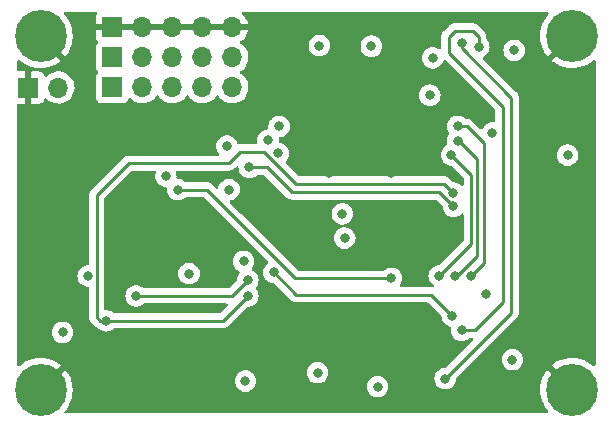
<source format=gbr>
%TF.GenerationSoftware,KiCad,Pcbnew,(6.0.0-0)*%
%TF.CreationDate,2022-04-22T00:51:05+02:00*%
%TF.ProjectId,ProtoBoard,50726f74-6f42-46f6-9172-642e6b696361,rev?*%
%TF.SameCoordinates,Original*%
%TF.FileFunction,Copper,L2,Inr*%
%TF.FilePolarity,Positive*%
%FSLAX46Y46*%
G04 Gerber Fmt 4.6, Leading zero omitted, Abs format (unit mm)*
G04 Created by KiCad (PCBNEW (6.0.0-0)) date 2022-04-22 00:51:05*
%MOMM*%
%LPD*%
G01*
G04 APERTURE LIST*
%TA.AperFunction,ComponentPad*%
%ADD10R,1.700000X1.700000*%
%TD*%
%TA.AperFunction,ComponentPad*%
%ADD11O,1.700000X1.700000*%
%TD*%
%TA.AperFunction,ComponentPad*%
%ADD12C,4.400000*%
%TD*%
%TA.AperFunction,ViaPad*%
%ADD13C,0.800000*%
%TD*%
%TA.AperFunction,Conductor*%
%ADD14C,0.250000*%
%TD*%
G04 APERTURE END LIST*
D10*
%TO.N,/Servo1*%
%TO.C,J8*%
X66075000Y-66880000D03*
D11*
%TO.N,/Servo2*%
X68615000Y-66880000D03*
%TO.N,/Servo3*%
X71155000Y-66880000D03*
%TO.N,/Servo4*%
X73695000Y-66880000D03*
%TO.N,/Servo5*%
X76235000Y-66880000D03*
%TD*%
D10*
%TO.N,GND*%
%TO.C,J1*%
X58975000Y-66900000D03*
D11*
%TO.N,+BATT*%
X61515000Y-66900000D03*
%TD*%
D12*
%TO.N,GND*%
%TO.C,H1*%
X60000000Y-62550000D03*
%TD*%
D10*
%TO.N,/POWER2*%
%TO.C,J6*%
X66075000Y-64340000D03*
D11*
X68615000Y-64340000D03*
%TO.N,/POWER3*%
X71155000Y-64340000D03*
%TO.N,/POWER1*%
X73695000Y-64340000D03*
X76235000Y-64340000D03*
%TD*%
D10*
%TO.N,GND*%
%TO.C,J5*%
X66075000Y-61800000D03*
D11*
X68615000Y-61800000D03*
X71155000Y-61800000D03*
X73695000Y-61800000D03*
X76235000Y-61800000D03*
%TD*%
D12*
%TO.N,GND*%
%TO.C,H4*%
X60000000Y-92500000D03*
%TD*%
%TO.N,GND*%
%TO.C,H3*%
X105000000Y-62550000D03*
%TD*%
%TO.N,GND*%
%TO.C,H2*%
X105000000Y-92500000D03*
%TD*%
D13*
%TO.N,GND*%
X79450000Y-77750000D03*
X89700200Y-74100000D03*
X97650000Y-91450000D03*
X65000000Y-89450000D03*
X94400000Y-65750000D03*
X84450000Y-74100000D03*
%TO.N,+3V3*%
X64025500Y-82850000D03*
X104625000Y-72625000D03*
X77184800Y-81615200D03*
X75782500Y-71850000D03*
X100101000Y-63748700D03*
X77350000Y-91750000D03*
X85550000Y-77594502D03*
X99950000Y-89950000D03*
X98250000Y-70750000D03*
%TO.N,+BATT*%
X61860000Y-87630000D03*
X85750000Y-79650000D03*
X97700000Y-84400000D03*
%TO.N,/RGB*%
X88535000Y-92235000D03*
%TO.N,/I2C_SDA*%
X95650000Y-87450000D03*
X97100000Y-63451400D03*
%TO.N,/I2C_SCL*%
X95650000Y-63150000D03*
X94250000Y-91550000D03*
%TO.N,/POWER3*%
X88000000Y-63400000D03*
%TO.N,/POWER2*%
X83600000Y-63350000D03*
%TO.N,/POWER1*%
X93200000Y-64400000D03*
%TO.N,/POWER4*%
X92950000Y-67550000D03*
%TO.N,/COM1*%
X75950000Y-75550000D03*
X72562299Y-82662299D03*
%TO.N,/COM2*%
X83450000Y-91050000D03*
%TO.N,/SEL3*%
X94950000Y-75850000D03*
X77550000Y-84550000D03*
X65550000Y-86650000D03*
%TO.N,/SEL4*%
X77670300Y-73659400D03*
X94950000Y-76950000D03*
X77550000Y-83200000D03*
X68089502Y-84550000D03*
%TO.N,/SEL2*%
X70600000Y-74400000D03*
X94850000Y-86250000D03*
X79750000Y-82550000D03*
%TO.N,/SEL1*%
X71600000Y-75550000D03*
X89700000Y-83050000D03*
%TO.N,/LRA6*%
X80112299Y-72487701D03*
%TO.N,/LRA5*%
X79250000Y-71350000D03*
%TO.N,/LRA4*%
X80200000Y-70200000D03*
%TO.N,/LRA3*%
X95300000Y-70200000D03*
X96450000Y-82850000D03*
%TO.N,/LRA2*%
X95300000Y-71400000D03*
X95050000Y-82850000D03*
%TO.N,/LRA1*%
X93750000Y-82850000D03*
X94789400Y-72611400D03*
%TD*%
D14*
%TO.N,/I2C_SDA*%
X96750000Y-87450000D02*
X95650000Y-87450000D01*
X96600000Y-62100000D02*
X95050000Y-62100000D01*
X99150000Y-68550000D02*
X99150000Y-85050000D01*
X94550000Y-63950000D02*
X99150000Y-68550000D01*
X95050000Y-62100000D02*
X94550000Y-62600000D01*
X94550000Y-62600000D02*
X94550000Y-63950000D01*
X97100000Y-62600000D02*
X96600000Y-62100000D01*
X97100000Y-63451400D02*
X97100000Y-62600000D01*
X99150000Y-85050000D02*
X96750000Y-87450000D01*
%TO.N,/I2C_SCL*%
X99850000Y-67750000D02*
X95650000Y-63550000D01*
X94250000Y-91550000D02*
X99850000Y-85950000D01*
X95650000Y-63550000D02*
X95650000Y-63150000D01*
X99850000Y-85950000D02*
X99850000Y-67750000D01*
%TO.N,/SEL3*%
X64750000Y-86350000D02*
X65050000Y-86650000D01*
X75450000Y-86650000D02*
X77550000Y-84550000D01*
X67450000Y-73300000D02*
X64750000Y-76000000D01*
X64750000Y-76000000D02*
X64750000Y-86350000D01*
X94950000Y-75850000D02*
X94150000Y-75050000D01*
X94150000Y-75050000D02*
X81650000Y-75050000D01*
X81650000Y-75050000D02*
X78950000Y-72350000D01*
X65550000Y-86650000D02*
X75450000Y-86650000D01*
X78950000Y-72350000D02*
X76900000Y-72350000D01*
X76900000Y-72350000D02*
X75950000Y-73300000D01*
X65050000Y-86650000D02*
X65550000Y-86650000D01*
X75950000Y-73300000D02*
X67450000Y-73300000D01*
%TO.N,/SEL4*%
X93750000Y-75750000D02*
X81250000Y-75750000D01*
X81250000Y-75750000D02*
X79159400Y-73659400D01*
X68089502Y-84550000D02*
X76150000Y-84550000D01*
X79159400Y-73659400D02*
X77670300Y-73659400D01*
X77550000Y-83200000D02*
X76175000Y-84575000D01*
X94950000Y-76950000D02*
X93750000Y-75750000D01*
X76150000Y-84550000D02*
X76175000Y-84575000D01*
%TO.N,/SEL2*%
X79750000Y-82550000D02*
X81650000Y-84450000D01*
X93050000Y-84450000D02*
X94850000Y-86250000D01*
X81650000Y-84450000D02*
X93050000Y-84450000D01*
%TO.N,/SEL1*%
X89700000Y-83050000D02*
X81550000Y-83050000D01*
X74050000Y-75550000D02*
X71600000Y-75550000D01*
X81550000Y-83050000D02*
X74050000Y-75550000D01*
%TO.N,/LRA3*%
X96100000Y-70200000D02*
X95300000Y-70200000D01*
X97525489Y-81674511D02*
X97525489Y-71625489D01*
X97525489Y-71625489D02*
X96100000Y-70200000D01*
X96450000Y-82850000D02*
X97525489Y-81774511D01*
X97525489Y-81774511D02*
X97525489Y-81674511D01*
%TO.N,/LRA2*%
X96950000Y-81150000D02*
X95250000Y-82850000D01*
X95250000Y-82850000D02*
X95050000Y-82850000D01*
X95300000Y-71400000D02*
X95400000Y-71400000D01*
X96950000Y-81150000D02*
X96950000Y-72950000D01*
X95400000Y-71400000D02*
X96950000Y-72950000D01*
%TO.N,/LRA1*%
X93750000Y-82850000D02*
X96450000Y-80150000D01*
X94789400Y-72611400D02*
X96450000Y-74272000D01*
X96450000Y-74272000D02*
X96450000Y-80150000D01*
%TD*%
%TA.AperFunction,Conductor*%
%TO.N,GND*%
G36*
X64738823Y-60528002D02*
G01*
X64785316Y-60581658D01*
X64795420Y-60651932D01*
X64781222Y-60694509D01*
X64771677Y-60711942D01*
X64726522Y-60832394D01*
X64722895Y-60847649D01*
X64717369Y-60898514D01*
X64717000Y-60905328D01*
X64717000Y-61527885D01*
X64721475Y-61543124D01*
X64722865Y-61544329D01*
X64730548Y-61546000D01*
X77553344Y-61546000D01*
X77566875Y-61542027D01*
X77568180Y-61532947D01*
X77526214Y-61365875D01*
X77522894Y-61356124D01*
X77437972Y-61160814D01*
X77433105Y-61151739D01*
X77317426Y-60972926D01*
X77311136Y-60964757D01*
X77167806Y-60807240D01*
X77160273Y-60800216D01*
X77075013Y-60732882D01*
X77033950Y-60674965D01*
X77030718Y-60604042D01*
X77066343Y-60542631D01*
X77129514Y-60510228D01*
X77153105Y-60508000D01*
X102906554Y-60508000D01*
X102974675Y-60528002D01*
X103021168Y-60581658D01*
X103031272Y-60651932D01*
X103001778Y-60716512D01*
X102994949Y-60723791D01*
X102986586Y-60732024D01*
X102981518Y-60737652D01*
X102782766Y-60987071D01*
X102778410Y-60993270D01*
X102611059Y-61264764D01*
X102607479Y-61271440D01*
X102473956Y-61561074D01*
X102471206Y-61568125D01*
X102373444Y-61871708D01*
X102371561Y-61879041D01*
X102310979Y-62192170D01*
X102309992Y-62199670D01*
X102287467Y-62517802D01*
X102287388Y-62525383D01*
X102303245Y-62843914D01*
X102304076Y-62851443D01*
X102358085Y-63165759D01*
X102359818Y-63173146D01*
X102451196Y-63478695D01*
X102453799Y-63485808D01*
X102581227Y-63778173D01*
X102584669Y-63784929D01*
X102746296Y-64059865D01*
X102750519Y-64066150D01*
X102901463Y-64263934D01*
X102912989Y-64272396D01*
X102925054Y-64265735D01*
X104910905Y-62279885D01*
X104973217Y-62245859D01*
X105044033Y-62250924D01*
X105089095Y-62279885D01*
X105270115Y-62460905D01*
X105304141Y-62523217D01*
X105299076Y-62594032D01*
X105270115Y-62639095D01*
X103285818Y-64623393D01*
X103278703Y-64636423D01*
X103286227Y-64646854D01*
X103425483Y-64759020D01*
X103431657Y-64763408D01*
X103702271Y-64932178D01*
X103708931Y-64935794D01*
X103997852Y-65070827D01*
X104004905Y-65073620D01*
X104307970Y-65172970D01*
X104315282Y-65174888D01*
X104628092Y-65237109D01*
X104635590Y-65238137D01*
X104953610Y-65262328D01*
X104961173Y-65262446D01*
X105279785Y-65248257D01*
X105287326Y-65247465D01*
X105601924Y-65195101D01*
X105609302Y-65193411D01*
X105915355Y-65103625D01*
X105922450Y-65101071D01*
X106215496Y-64975169D01*
X106222263Y-64971765D01*
X106498042Y-64811580D01*
X106504349Y-64807390D01*
X106758895Y-64615226D01*
X106764651Y-64610310D01*
X106778553Y-64596909D01*
X106841479Y-64564032D01*
X106912190Y-64570394D01*
X106968236Y-64613976D01*
X106992000Y-64687623D01*
X106992000Y-90362259D01*
X106971998Y-90430380D01*
X106918342Y-90476873D01*
X106848068Y-90486977D01*
X106787994Y-90461209D01*
X106551298Y-90274613D01*
X106545075Y-90270288D01*
X106272702Y-90104357D01*
X106266025Y-90100822D01*
X105975686Y-89968813D01*
X105968616Y-89966099D01*
X105664537Y-89869932D01*
X105657186Y-89868085D01*
X105343746Y-89809142D01*
X105336237Y-89808194D01*
X105017989Y-89787335D01*
X105010424Y-89787295D01*
X104691964Y-89804821D01*
X104684450Y-89805690D01*
X104370405Y-89861348D01*
X104363044Y-89863115D01*
X104057980Y-89956092D01*
X104050860Y-89958740D01*
X103759182Y-90087690D01*
X103752445Y-90091167D01*
X103478355Y-90254233D01*
X103472091Y-90258490D01*
X103286385Y-90401762D01*
X103277917Y-90413423D01*
X103284520Y-90425309D01*
X105270115Y-92410905D01*
X105304141Y-92473217D01*
X105299076Y-92544033D01*
X105270115Y-92589095D01*
X105089095Y-92770115D01*
X105026783Y-92804141D01*
X104955968Y-92799076D01*
X104910905Y-92770115D01*
X102926445Y-90785656D01*
X102913510Y-90778592D01*
X102902949Y-90786252D01*
X102782766Y-90937072D01*
X102778410Y-90943270D01*
X102611059Y-91214764D01*
X102607479Y-91221440D01*
X102473956Y-91511074D01*
X102471206Y-91518125D01*
X102373444Y-91821708D01*
X102371561Y-91829041D01*
X102310979Y-92142170D01*
X102309992Y-92149670D01*
X102287467Y-92467802D01*
X102287388Y-92475383D01*
X102303245Y-92793914D01*
X102304076Y-92801443D01*
X102358085Y-93115759D01*
X102359818Y-93123146D01*
X102451196Y-93428695D01*
X102453799Y-93435808D01*
X102581227Y-93728173D01*
X102584669Y-93734929D01*
X102746296Y-94009865D01*
X102750519Y-94016150D01*
X102944010Y-94269684D01*
X102948953Y-94275411D01*
X102951552Y-94278078D01*
X102984758Y-94340830D01*
X102978767Y-94411573D01*
X102935481Y-94467847D01*
X102868642Y-94491786D01*
X102861298Y-94492000D01*
X62135317Y-94492000D01*
X62067196Y-94471998D01*
X62020703Y-94418342D01*
X62010599Y-94348068D01*
X62037604Y-94286450D01*
X62200751Y-94086055D01*
X62205164Y-94079914D01*
X62375349Y-93810187D01*
X62379005Y-93803536D01*
X62515544Y-93515335D01*
X62518375Y-93508295D01*
X62619306Y-93205767D01*
X62621270Y-93198433D01*
X62685122Y-92885989D01*
X62686194Y-92878465D01*
X62712173Y-92559051D01*
X62712378Y-92554576D01*
X62712927Y-92502221D01*
X62712817Y-92497789D01*
X62693529Y-92177853D01*
X62692621Y-92170351D01*
X62635319Y-91856593D01*
X62633518Y-91849260D01*
X62602697Y-91750000D01*
X76436496Y-91750000D01*
X76437186Y-91756565D01*
X76455129Y-91927279D01*
X76456458Y-91939928D01*
X76515473Y-92121556D01*
X76518776Y-92127278D01*
X76518777Y-92127279D01*
X76531705Y-92149670D01*
X76610960Y-92286944D01*
X76615378Y-92291851D01*
X76615379Y-92291852D01*
X76729292Y-92418365D01*
X76738747Y-92428866D01*
X76776050Y-92455968D01*
X76873518Y-92526783D01*
X76893248Y-92541118D01*
X76899276Y-92543802D01*
X76899278Y-92543803D01*
X77053079Y-92612279D01*
X77067712Y-92618794D01*
X77161113Y-92638647D01*
X77248056Y-92657128D01*
X77248061Y-92657128D01*
X77254513Y-92658500D01*
X77445487Y-92658500D01*
X77451939Y-92657128D01*
X77451944Y-92657128D01*
X77538887Y-92638647D01*
X77632288Y-92618794D01*
X77646921Y-92612279D01*
X77800722Y-92543803D01*
X77800724Y-92543802D01*
X77806752Y-92541118D01*
X77826483Y-92526783D01*
X77923950Y-92455968D01*
X77961253Y-92428866D01*
X77970708Y-92418365D01*
X78084621Y-92291852D01*
X78084622Y-92291851D01*
X78089040Y-92286944D01*
X78119030Y-92235000D01*
X87621496Y-92235000D01*
X87622186Y-92241565D01*
X87632932Y-92343803D01*
X87641458Y-92424928D01*
X87700473Y-92606556D01*
X87703776Y-92612278D01*
X87703777Y-92612279D01*
X87708331Y-92620166D01*
X87795960Y-92771944D01*
X87923747Y-92913866D01*
X88078248Y-93026118D01*
X88084276Y-93028802D01*
X88084278Y-93028803D01*
X88246681Y-93101109D01*
X88252712Y-93103794D01*
X88346113Y-93123647D01*
X88433056Y-93142128D01*
X88433061Y-93142128D01*
X88439513Y-93143500D01*
X88630487Y-93143500D01*
X88636939Y-93142128D01*
X88636944Y-93142128D01*
X88723887Y-93123647D01*
X88817288Y-93103794D01*
X88823319Y-93101109D01*
X88985722Y-93028803D01*
X88985724Y-93028802D01*
X88991752Y-93026118D01*
X89146253Y-92913866D01*
X89274040Y-92771944D01*
X89361669Y-92620166D01*
X89366223Y-92612279D01*
X89366224Y-92612278D01*
X89369527Y-92606556D01*
X89428542Y-92424928D01*
X89437069Y-92343803D01*
X89447814Y-92241565D01*
X89448504Y-92235000D01*
X89428542Y-92045072D01*
X89369527Y-91863444D01*
X89274040Y-91698056D01*
X89173995Y-91586944D01*
X89150675Y-91561045D01*
X89150674Y-91561044D01*
X89146253Y-91556134D01*
X88991752Y-91443882D01*
X88985724Y-91441198D01*
X88985722Y-91441197D01*
X88823319Y-91368891D01*
X88823318Y-91368891D01*
X88817288Y-91366206D01*
X88723887Y-91346353D01*
X88636944Y-91327872D01*
X88636939Y-91327872D01*
X88630487Y-91326500D01*
X88439513Y-91326500D01*
X88433061Y-91327872D01*
X88433056Y-91327872D01*
X88346113Y-91346353D01*
X88252712Y-91366206D01*
X88246682Y-91368891D01*
X88246681Y-91368891D01*
X88084278Y-91441197D01*
X88084276Y-91441198D01*
X88078248Y-91443882D01*
X87923747Y-91556134D01*
X87919326Y-91561044D01*
X87919325Y-91561045D01*
X87896006Y-91586944D01*
X87795960Y-91698056D01*
X87700473Y-91863444D01*
X87641458Y-92045072D01*
X87621496Y-92235000D01*
X78119030Y-92235000D01*
X78168295Y-92149670D01*
X78181223Y-92127279D01*
X78181224Y-92127278D01*
X78184527Y-92121556D01*
X78243542Y-91939928D01*
X78244872Y-91927279D01*
X78262814Y-91756565D01*
X78263504Y-91750000D01*
X78246882Y-91591852D01*
X78244232Y-91566635D01*
X78244232Y-91566633D01*
X78243542Y-91560072D01*
X78184527Y-91378444D01*
X78177462Y-91366206D01*
X78108179Y-91246206D01*
X78089040Y-91213056D01*
X77961253Y-91071134D01*
X77932165Y-91050000D01*
X82536496Y-91050000D01*
X82537186Y-91056565D01*
X82554235Y-91218774D01*
X82556458Y-91239928D01*
X82615473Y-91421556D01*
X82710960Y-91586944D01*
X82715378Y-91591851D01*
X82715379Y-91591852D01*
X82816154Y-91703774D01*
X82838747Y-91728866D01*
X82937843Y-91800864D01*
X82976626Y-91829041D01*
X82993248Y-91841118D01*
X82999276Y-91843802D01*
X82999278Y-91843803D01*
X83159799Y-91915271D01*
X83167712Y-91918794D01*
X83236263Y-91933365D01*
X83348056Y-91957128D01*
X83348061Y-91957128D01*
X83354513Y-91958500D01*
X83545487Y-91958500D01*
X83551939Y-91957128D01*
X83551944Y-91957128D01*
X83663737Y-91933365D01*
X83732288Y-91918794D01*
X83740201Y-91915271D01*
X83900722Y-91843803D01*
X83900724Y-91843802D01*
X83906752Y-91841118D01*
X83923375Y-91829041D01*
X83962157Y-91800864D01*
X84061253Y-91728866D01*
X84083846Y-91703774D01*
X84184621Y-91591852D01*
X84184622Y-91591851D01*
X84189040Y-91586944D01*
X84284527Y-91421556D01*
X84343542Y-91239928D01*
X84345766Y-91218774D01*
X84362814Y-91056565D01*
X84363504Y-91050000D01*
X84351635Y-90937072D01*
X84344232Y-90866635D01*
X84344232Y-90866633D01*
X84343542Y-90860072D01*
X84284527Y-90678444D01*
X84263990Y-90642872D01*
X84192341Y-90518774D01*
X84189040Y-90513056D01*
X84165559Y-90486977D01*
X84065675Y-90376045D01*
X84065674Y-90376044D01*
X84061253Y-90371134D01*
X83906752Y-90258882D01*
X83900724Y-90256198D01*
X83900722Y-90256197D01*
X83738319Y-90183891D01*
X83738318Y-90183891D01*
X83732288Y-90181206D01*
X83638887Y-90161353D01*
X83551944Y-90142872D01*
X83551939Y-90142872D01*
X83545487Y-90141500D01*
X83354513Y-90141500D01*
X83348061Y-90142872D01*
X83348056Y-90142872D01*
X83261113Y-90161353D01*
X83167712Y-90181206D01*
X83161682Y-90183891D01*
X83161681Y-90183891D01*
X82999278Y-90256197D01*
X82999276Y-90256198D01*
X82993248Y-90258882D01*
X82838747Y-90371134D01*
X82834326Y-90376044D01*
X82834325Y-90376045D01*
X82734442Y-90486977D01*
X82710960Y-90513056D01*
X82707659Y-90518774D01*
X82636011Y-90642872D01*
X82615473Y-90678444D01*
X82556458Y-90860072D01*
X82555768Y-90866633D01*
X82555768Y-90866635D01*
X82548365Y-90937072D01*
X82536496Y-91050000D01*
X77932165Y-91050000D01*
X77806752Y-90958882D01*
X77800724Y-90956198D01*
X77800722Y-90956197D01*
X77638319Y-90883891D01*
X77638318Y-90883891D01*
X77632288Y-90881206D01*
X77532861Y-90860072D01*
X77451944Y-90842872D01*
X77451939Y-90842872D01*
X77445487Y-90841500D01*
X77254513Y-90841500D01*
X77248061Y-90842872D01*
X77248056Y-90842872D01*
X77167139Y-90860072D01*
X77067712Y-90881206D01*
X77061682Y-90883891D01*
X77061681Y-90883891D01*
X76899278Y-90956197D01*
X76899276Y-90956198D01*
X76893248Y-90958882D01*
X76738747Y-91071134D01*
X76610960Y-91213056D01*
X76591821Y-91246206D01*
X76522539Y-91366206D01*
X76515473Y-91378444D01*
X76456458Y-91560072D01*
X76455768Y-91566633D01*
X76455768Y-91566635D01*
X76453118Y-91591852D01*
X76436496Y-91750000D01*
X62602697Y-91750000D01*
X62538935Y-91544655D01*
X62536263Y-91537583D01*
X62405781Y-91246570D01*
X62402264Y-91239843D01*
X62237771Y-90966621D01*
X62233481Y-90960377D01*
X62097991Y-90786647D01*
X62086199Y-90778178D01*
X62074486Y-90784725D01*
X60089095Y-92770115D01*
X60026783Y-92804141D01*
X59955967Y-92799076D01*
X59910905Y-92770115D01*
X59729885Y-92589095D01*
X59695859Y-92526783D01*
X59700924Y-92455968D01*
X59729885Y-92410905D01*
X61714559Y-90426230D01*
X61721571Y-90413389D01*
X61713777Y-90402701D01*
X61551298Y-90274613D01*
X61545075Y-90270288D01*
X61272702Y-90104357D01*
X61266025Y-90100822D01*
X60975686Y-89968813D01*
X60968616Y-89966099D01*
X60664537Y-89869932D01*
X60657186Y-89868085D01*
X60343746Y-89809142D01*
X60336237Y-89808194D01*
X60017989Y-89787335D01*
X60010424Y-89787295D01*
X59691964Y-89804821D01*
X59684450Y-89805690D01*
X59370405Y-89861348D01*
X59363044Y-89863115D01*
X59057980Y-89956092D01*
X59050860Y-89958740D01*
X58759182Y-90087690D01*
X58752445Y-90091167D01*
X58478355Y-90254233D01*
X58472091Y-90258490D01*
X58219583Y-90453299D01*
X58216829Y-90455701D01*
X58152347Y-90485409D01*
X58082039Y-90475539D01*
X58028229Y-90429225D01*
X58008000Y-90360752D01*
X58008000Y-87630000D01*
X60946496Y-87630000D01*
X60966458Y-87819928D01*
X61025473Y-88001556D01*
X61120960Y-88166944D01*
X61125378Y-88171851D01*
X61125379Y-88171852D01*
X61239499Y-88298595D01*
X61248747Y-88308866D01*
X61403248Y-88421118D01*
X61409276Y-88423802D01*
X61409278Y-88423803D01*
X61571681Y-88496109D01*
X61577712Y-88498794D01*
X61671113Y-88518647D01*
X61758056Y-88537128D01*
X61758061Y-88537128D01*
X61764513Y-88538500D01*
X61955487Y-88538500D01*
X61961939Y-88537128D01*
X61961944Y-88537128D01*
X62048887Y-88518647D01*
X62142288Y-88498794D01*
X62148319Y-88496109D01*
X62310722Y-88423803D01*
X62310724Y-88423802D01*
X62316752Y-88421118D01*
X62471253Y-88308866D01*
X62480501Y-88298595D01*
X62594621Y-88171852D01*
X62594622Y-88171851D01*
X62599040Y-88166944D01*
X62694527Y-88001556D01*
X62753542Y-87819928D01*
X62773504Y-87630000D01*
X62761534Y-87516109D01*
X62754232Y-87446635D01*
X62754232Y-87446633D01*
X62753542Y-87440072D01*
X62694527Y-87258444D01*
X62688921Y-87248733D01*
X62647129Y-87176348D01*
X62599040Y-87093056D01*
X62588541Y-87081395D01*
X62475675Y-86956045D01*
X62475674Y-86956044D01*
X62471253Y-86951134D01*
X62316752Y-86838882D01*
X62310724Y-86836198D01*
X62310722Y-86836197D01*
X62148319Y-86763891D01*
X62148318Y-86763891D01*
X62142288Y-86761206D01*
X62048887Y-86741353D01*
X61961944Y-86722872D01*
X61961939Y-86722872D01*
X61955487Y-86721500D01*
X61764513Y-86721500D01*
X61758061Y-86722872D01*
X61758056Y-86722872D01*
X61671113Y-86741353D01*
X61577712Y-86761206D01*
X61571682Y-86763891D01*
X61571681Y-86763891D01*
X61409278Y-86836197D01*
X61409276Y-86836198D01*
X61403248Y-86838882D01*
X61248747Y-86951134D01*
X61244326Y-86956044D01*
X61244325Y-86956045D01*
X61131460Y-87081395D01*
X61120960Y-87093056D01*
X61072871Y-87176348D01*
X61031080Y-87248733D01*
X61025473Y-87258444D01*
X60966458Y-87440072D01*
X60965768Y-87446633D01*
X60965768Y-87446635D01*
X60958466Y-87516109D01*
X60946496Y-87630000D01*
X58008000Y-87630000D01*
X58008000Y-82850000D01*
X63111996Y-82850000D01*
X63131958Y-83039928D01*
X63190973Y-83221556D01*
X63194276Y-83227278D01*
X63194277Y-83227279D01*
X63205205Y-83246206D01*
X63286460Y-83386944D01*
X63290878Y-83391851D01*
X63290879Y-83391852D01*
X63390045Y-83501987D01*
X63414247Y-83528866D01*
X63471963Y-83570799D01*
X63545006Y-83623868D01*
X63568748Y-83641118D01*
X63574776Y-83643802D01*
X63574778Y-83643803D01*
X63737181Y-83716109D01*
X63743212Y-83718794D01*
X63824602Y-83736094D01*
X63923556Y-83757128D01*
X63923561Y-83757128D01*
X63930013Y-83758500D01*
X63990500Y-83758500D01*
X64058621Y-83778502D01*
X64105114Y-83832158D01*
X64116500Y-83884500D01*
X64116500Y-86271233D01*
X64115973Y-86282416D01*
X64114298Y-86289909D01*
X64114547Y-86297835D01*
X64114547Y-86297836D01*
X64116438Y-86357986D01*
X64116500Y-86361945D01*
X64116500Y-86389856D01*
X64116997Y-86393790D01*
X64116997Y-86393791D01*
X64117005Y-86393856D01*
X64117938Y-86405693D01*
X64119327Y-86449889D01*
X64124178Y-86466586D01*
X64124978Y-86469339D01*
X64128987Y-86488700D01*
X64131526Y-86508797D01*
X64134445Y-86516168D01*
X64134445Y-86516170D01*
X64147804Y-86549912D01*
X64151649Y-86561142D01*
X64157478Y-86581206D01*
X64163982Y-86603593D01*
X64168015Y-86610412D01*
X64168017Y-86610417D01*
X64174293Y-86621028D01*
X64182988Y-86638776D01*
X64190448Y-86657617D01*
X64195110Y-86664033D01*
X64195110Y-86664034D01*
X64216436Y-86693387D01*
X64222952Y-86703307D01*
X64245458Y-86741362D01*
X64251064Y-86746969D01*
X64259780Y-86755685D01*
X64272620Y-86770718D01*
X64284528Y-86787107D01*
X64290635Y-86792159D01*
X64318593Y-86815288D01*
X64327374Y-86823278D01*
X64546353Y-87042258D01*
X64553887Y-87050537D01*
X64558000Y-87057018D01*
X64596377Y-87093056D01*
X64607652Y-87103644D01*
X64610494Y-87106399D01*
X64630230Y-87126135D01*
X64633427Y-87128615D01*
X64642447Y-87136318D01*
X64674679Y-87166586D01*
X64681625Y-87170405D01*
X64681628Y-87170407D01*
X64692434Y-87176348D01*
X64708953Y-87187199D01*
X64724959Y-87199614D01*
X64732228Y-87202759D01*
X64732232Y-87202762D01*
X64765537Y-87217174D01*
X64776187Y-87222391D01*
X64814940Y-87243695D01*
X64822615Y-87245666D01*
X64822616Y-87245666D01*
X64834562Y-87248733D01*
X64853264Y-87255136D01*
X64859335Y-87257763D01*
X64902933Y-87289091D01*
X64938747Y-87328866D01*
X65093248Y-87441118D01*
X65099276Y-87443802D01*
X65099278Y-87443803D01*
X65261681Y-87516109D01*
X65267712Y-87518794D01*
X65361112Y-87538647D01*
X65448056Y-87557128D01*
X65448061Y-87557128D01*
X65454513Y-87558500D01*
X65645487Y-87558500D01*
X65651939Y-87557128D01*
X65651944Y-87557128D01*
X65738888Y-87538647D01*
X65832288Y-87518794D01*
X65838319Y-87516109D01*
X66000722Y-87443803D01*
X66000724Y-87443802D01*
X66006752Y-87441118D01*
X66161253Y-87328866D01*
X66165668Y-87323963D01*
X66170580Y-87319540D01*
X66171705Y-87320789D01*
X66225014Y-87287949D01*
X66258200Y-87283500D01*
X75371233Y-87283500D01*
X75382416Y-87284027D01*
X75389909Y-87285702D01*
X75397835Y-87285453D01*
X75397836Y-87285453D01*
X75457986Y-87283562D01*
X75461945Y-87283500D01*
X75489856Y-87283500D01*
X75493791Y-87283003D01*
X75493856Y-87282995D01*
X75505693Y-87282062D01*
X75537951Y-87281048D01*
X75541970Y-87280922D01*
X75549889Y-87280673D01*
X75569343Y-87275021D01*
X75588700Y-87271013D01*
X75600930Y-87269468D01*
X75600931Y-87269468D01*
X75608797Y-87268474D01*
X75616168Y-87265555D01*
X75616170Y-87265555D01*
X75649912Y-87252196D01*
X75661142Y-87248351D01*
X75695983Y-87238229D01*
X75695984Y-87238229D01*
X75703593Y-87236018D01*
X75710412Y-87231985D01*
X75710417Y-87231983D01*
X75721028Y-87225707D01*
X75738776Y-87217012D01*
X75757617Y-87209552D01*
X75793387Y-87183564D01*
X75803307Y-87177048D01*
X75834535Y-87158580D01*
X75834538Y-87158578D01*
X75841362Y-87154542D01*
X75855683Y-87140221D01*
X75870717Y-87127380D01*
X75880694Y-87120131D01*
X75887107Y-87115472D01*
X75915298Y-87081395D01*
X75923288Y-87072616D01*
X77500499Y-85495405D01*
X77562811Y-85461379D01*
X77589594Y-85458500D01*
X77645487Y-85458500D01*
X77651939Y-85457128D01*
X77651944Y-85457128D01*
X77738888Y-85438647D01*
X77832288Y-85418794D01*
X77910682Y-85383891D01*
X78000722Y-85343803D01*
X78000724Y-85343802D01*
X78006752Y-85341118D01*
X78024117Y-85328502D01*
X78062157Y-85300864D01*
X78161253Y-85228866D01*
X78192824Y-85193803D01*
X78284621Y-85091852D01*
X78284622Y-85091851D01*
X78289040Y-85086944D01*
X78384527Y-84921556D01*
X78443542Y-84739928D01*
X78463504Y-84550000D01*
X78443542Y-84360072D01*
X78384527Y-84178444D01*
X78289040Y-84013056D01*
X78240647Y-83959310D01*
X78209929Y-83895303D01*
X78218694Y-83824849D01*
X78240647Y-83790690D01*
X78284621Y-83741852D01*
X78284622Y-83741851D01*
X78289040Y-83736944D01*
X78372813Y-83591846D01*
X78381223Y-83577279D01*
X78381224Y-83577278D01*
X78384527Y-83571556D01*
X78443542Y-83389928D01*
X78444342Y-83382322D01*
X78462814Y-83206565D01*
X78463504Y-83200000D01*
X78452137Y-83091852D01*
X78444232Y-83016635D01*
X78444232Y-83016633D01*
X78443542Y-83010072D01*
X78384527Y-82828444D01*
X78373331Y-82809051D01*
X78292341Y-82668774D01*
X78289040Y-82663056D01*
X78280701Y-82653794D01*
X78165675Y-82526045D01*
X78165674Y-82526044D01*
X78161253Y-82521134D01*
X78062157Y-82449136D01*
X78012094Y-82412763D01*
X78012093Y-82412762D01*
X78006752Y-82408882D01*
X78000724Y-82406198D01*
X78000722Y-82406197D01*
X77940981Y-82379599D01*
X77886885Y-82333619D01*
X77866236Y-82265692D01*
X77885588Y-82197384D01*
X77898595Y-82180181D01*
X77898908Y-82179834D01*
X77923840Y-82152144D01*
X78006976Y-82008148D01*
X78016023Y-81992479D01*
X78016024Y-81992478D01*
X78019327Y-81986756D01*
X78078342Y-81805128D01*
X78079282Y-81796190D01*
X78097614Y-81621765D01*
X78098304Y-81615200D01*
X78078342Y-81425272D01*
X78019327Y-81243644D01*
X77923840Y-81078256D01*
X77796053Y-80936334D01*
X77641552Y-80824082D01*
X77635524Y-80821398D01*
X77635522Y-80821397D01*
X77473119Y-80749091D01*
X77473118Y-80749091D01*
X77467088Y-80746406D01*
X77373687Y-80726553D01*
X77286744Y-80708072D01*
X77286739Y-80708072D01*
X77280287Y-80706700D01*
X77089313Y-80706700D01*
X77082861Y-80708072D01*
X77082856Y-80708072D01*
X76995913Y-80726553D01*
X76902512Y-80746406D01*
X76896482Y-80749091D01*
X76896481Y-80749091D01*
X76734078Y-80821397D01*
X76734076Y-80821398D01*
X76728048Y-80824082D01*
X76573547Y-80936334D01*
X76445760Y-81078256D01*
X76350273Y-81243644D01*
X76291258Y-81425272D01*
X76271296Y-81615200D01*
X76271986Y-81621765D01*
X76290319Y-81796190D01*
X76291258Y-81805128D01*
X76350273Y-81986756D01*
X76353576Y-81992478D01*
X76353577Y-81992479D01*
X76362624Y-82008148D01*
X76445760Y-82152144D01*
X76450178Y-82157051D01*
X76450179Y-82157052D01*
X76502745Y-82215432D01*
X76573547Y-82294066D01*
X76604894Y-82316841D01*
X76691273Y-82379599D01*
X76728048Y-82406318D01*
X76734076Y-82409002D01*
X76734078Y-82409003D01*
X76793819Y-82435601D01*
X76847915Y-82481581D01*
X76868564Y-82549508D01*
X76849212Y-82617816D01*
X76836205Y-82635019D01*
X76819300Y-82653794D01*
X76810960Y-82663056D01*
X76807659Y-82668774D01*
X76726670Y-82809051D01*
X76715473Y-82828444D01*
X76656458Y-83010072D01*
X76655768Y-83016633D01*
X76655768Y-83016635D01*
X76639093Y-83175292D01*
X76612080Y-83240949D01*
X76602878Y-83251218D01*
X75974499Y-83879596D01*
X75912187Y-83913621D01*
X75885404Y-83916500D01*
X68797702Y-83916500D01*
X68729581Y-83896498D01*
X68710355Y-83880157D01*
X68710082Y-83880460D01*
X68705170Y-83876037D01*
X68700755Y-83871134D01*
X68642726Y-83828973D01*
X68551596Y-83762763D01*
X68551595Y-83762762D01*
X68546254Y-83758882D01*
X68540226Y-83756198D01*
X68540224Y-83756197D01*
X68377821Y-83683891D01*
X68377820Y-83683891D01*
X68371790Y-83681206D01*
X68278390Y-83661353D01*
X68191446Y-83642872D01*
X68191441Y-83642872D01*
X68184989Y-83641500D01*
X67994015Y-83641500D01*
X67987563Y-83642872D01*
X67987558Y-83642872D01*
X67900614Y-83661353D01*
X67807214Y-83681206D01*
X67801184Y-83683891D01*
X67801183Y-83683891D01*
X67638780Y-83756197D01*
X67638778Y-83756198D01*
X67632750Y-83758882D01*
X67478249Y-83871134D01*
X67473828Y-83876044D01*
X67473827Y-83876045D01*
X67439994Y-83913621D01*
X67350462Y-84013056D01*
X67254975Y-84178444D01*
X67195960Y-84360072D01*
X67175998Y-84550000D01*
X67195960Y-84739928D01*
X67254975Y-84921556D01*
X67350462Y-85086944D01*
X67354880Y-85091851D01*
X67354881Y-85091852D01*
X67446678Y-85193803D01*
X67478249Y-85228866D01*
X67577345Y-85300864D01*
X67615386Y-85328502D01*
X67632750Y-85341118D01*
X67638778Y-85343802D01*
X67638780Y-85343803D01*
X67728820Y-85383891D01*
X67807214Y-85418794D01*
X67900614Y-85438647D01*
X67987558Y-85457128D01*
X67987563Y-85457128D01*
X67994015Y-85458500D01*
X68184989Y-85458500D01*
X68191441Y-85457128D01*
X68191446Y-85457128D01*
X68278390Y-85438647D01*
X68371790Y-85418794D01*
X68450184Y-85383891D01*
X68540224Y-85343803D01*
X68540226Y-85343802D01*
X68546254Y-85341118D01*
X68563619Y-85328502D01*
X68679173Y-85244546D01*
X68700755Y-85228866D01*
X68705170Y-85223963D01*
X68710082Y-85219540D01*
X68711207Y-85220789D01*
X68764516Y-85187949D01*
X68797702Y-85183500D01*
X75716405Y-85183500D01*
X75784526Y-85203502D01*
X75831019Y-85257158D01*
X75841123Y-85327432D01*
X75811629Y-85392012D01*
X75805500Y-85398595D01*
X75224500Y-85979595D01*
X75162188Y-86013621D01*
X75135405Y-86016500D01*
X66258200Y-86016500D01*
X66190079Y-85996498D01*
X66170853Y-85980157D01*
X66170580Y-85980460D01*
X66165668Y-85976037D01*
X66161253Y-85971134D01*
X66099185Y-85926039D01*
X66012094Y-85862763D01*
X66012093Y-85862762D01*
X66006752Y-85858882D01*
X66000724Y-85856198D01*
X66000722Y-85856197D01*
X65838319Y-85783891D01*
X65838318Y-85783891D01*
X65832288Y-85781206D01*
X65738887Y-85761353D01*
X65651944Y-85742872D01*
X65651939Y-85742872D01*
X65645487Y-85741500D01*
X65509500Y-85741500D01*
X65441379Y-85721498D01*
X65394886Y-85667842D01*
X65383500Y-85615500D01*
X65383500Y-82662299D01*
X71648795Y-82662299D01*
X71668757Y-82852227D01*
X71727772Y-83033855D01*
X71823259Y-83199243D01*
X71827677Y-83204150D01*
X71827678Y-83204151D01*
X71870057Y-83251218D01*
X71951046Y-83341165D01*
X72105547Y-83453417D01*
X72111575Y-83456101D01*
X72111577Y-83456102D01*
X72273980Y-83528408D01*
X72280011Y-83531093D01*
X72373411Y-83550946D01*
X72460355Y-83569427D01*
X72460360Y-83569427D01*
X72466812Y-83570799D01*
X72657786Y-83570799D01*
X72664238Y-83569427D01*
X72664243Y-83569427D01*
X72751187Y-83550946D01*
X72844587Y-83531093D01*
X72850618Y-83528408D01*
X73013021Y-83456102D01*
X73013023Y-83456101D01*
X73019051Y-83453417D01*
X73173552Y-83341165D01*
X73254541Y-83251218D01*
X73296920Y-83204151D01*
X73296921Y-83204150D01*
X73301339Y-83199243D01*
X73396826Y-83033855D01*
X73455841Y-82852227D01*
X73475803Y-82662299D01*
X73459601Y-82508148D01*
X73456531Y-82478934D01*
X73456531Y-82478932D01*
X73455841Y-82472371D01*
X73396826Y-82290743D01*
X73385958Y-82271918D01*
X73342752Y-82197085D01*
X73301339Y-82125355D01*
X73283743Y-82105812D01*
X73177974Y-81988344D01*
X73177973Y-81988343D01*
X73173552Y-81983433D01*
X73019051Y-81871181D01*
X73013023Y-81868497D01*
X73013021Y-81868496D01*
X72850618Y-81796190D01*
X72850617Y-81796190D01*
X72844587Y-81793505D01*
X72751187Y-81773652D01*
X72664243Y-81755171D01*
X72664238Y-81755171D01*
X72657786Y-81753799D01*
X72466812Y-81753799D01*
X72460360Y-81755171D01*
X72460355Y-81755171D01*
X72373411Y-81773652D01*
X72280011Y-81793505D01*
X72273981Y-81796190D01*
X72273980Y-81796190D01*
X72111577Y-81868496D01*
X72111575Y-81868497D01*
X72105547Y-81871181D01*
X71951046Y-81983433D01*
X71946625Y-81988343D01*
X71946624Y-81988344D01*
X71840856Y-82105812D01*
X71823259Y-82125355D01*
X71781846Y-82197085D01*
X71738641Y-82271918D01*
X71727772Y-82290743D01*
X71668757Y-82472371D01*
X71668067Y-82478932D01*
X71668067Y-82478934D01*
X71664997Y-82508148D01*
X71648795Y-82662299D01*
X65383500Y-82662299D01*
X65383500Y-76314594D01*
X65403502Y-76246473D01*
X65420405Y-76225499D01*
X67675499Y-73970405D01*
X67737811Y-73936379D01*
X67764594Y-73933500D01*
X69622898Y-73933500D01*
X69691019Y-73953502D01*
X69737512Y-74007158D01*
X69747616Y-74077432D01*
X69742731Y-74098436D01*
X69706458Y-74210072D01*
X69705768Y-74216633D01*
X69705768Y-74216635D01*
X69697285Y-74297349D01*
X69686496Y-74400000D01*
X69687186Y-74406565D01*
X69704127Y-74567745D01*
X69706458Y-74589928D01*
X69765473Y-74771556D01*
X69860960Y-74936944D01*
X69865378Y-74941851D01*
X69865379Y-74941852D01*
X69984244Y-75073865D01*
X69988747Y-75078866D01*
X70143248Y-75191118D01*
X70149276Y-75193802D01*
X70149278Y-75193803D01*
X70255258Y-75240988D01*
X70317712Y-75268794D01*
X70411112Y-75288647D01*
X70498056Y-75307128D01*
X70498061Y-75307128D01*
X70504513Y-75308500D01*
X70571941Y-75308500D01*
X70640062Y-75328502D01*
X70686555Y-75382158D01*
X70697251Y-75447670D01*
X70686496Y-75550000D01*
X70687186Y-75556565D01*
X70699630Y-75674959D01*
X70706458Y-75739928D01*
X70765473Y-75921556D01*
X70860960Y-76086944D01*
X70865378Y-76091851D01*
X70865379Y-76091852D01*
X70968517Y-76206398D01*
X70988747Y-76228866D01*
X71143248Y-76341118D01*
X71149276Y-76343802D01*
X71149278Y-76343803D01*
X71283365Y-76403502D01*
X71317712Y-76418794D01*
X71411113Y-76438647D01*
X71498056Y-76457128D01*
X71498061Y-76457128D01*
X71504513Y-76458500D01*
X71695487Y-76458500D01*
X71701939Y-76457128D01*
X71701944Y-76457128D01*
X71788887Y-76438647D01*
X71882288Y-76418794D01*
X71916635Y-76403502D01*
X72050722Y-76343803D01*
X72050724Y-76343802D01*
X72056752Y-76341118D01*
X72139331Y-76281121D01*
X72200993Y-76236320D01*
X72211253Y-76228866D01*
X72215668Y-76223963D01*
X72220580Y-76219540D01*
X72221705Y-76220789D01*
X72275014Y-76187949D01*
X72308200Y-76183500D01*
X73735406Y-76183500D01*
X73803527Y-76203502D01*
X73824501Y-76220405D01*
X79229318Y-81625222D01*
X79263344Y-81687534D01*
X79258279Y-81758349D01*
X79214284Y-81816253D01*
X79172499Y-81846612D01*
X79138747Y-81871134D01*
X79134326Y-81876044D01*
X79134325Y-81876045D01*
X79029488Y-81992479D01*
X79010960Y-82013056D01*
X78961021Y-82099552D01*
X78936011Y-82142872D01*
X78915473Y-82178444D01*
X78856458Y-82360072D01*
X78855768Y-82366633D01*
X78855768Y-82366635D01*
X78852005Y-82402437D01*
X78836496Y-82550000D01*
X78837186Y-82556565D01*
X78848980Y-82668774D01*
X78856458Y-82739928D01*
X78915473Y-82921556D01*
X79010960Y-83086944D01*
X79015378Y-83091851D01*
X79015379Y-83091852D01*
X79118667Y-83206565D01*
X79138747Y-83228866D01*
X79293248Y-83341118D01*
X79299276Y-83343802D01*
X79299278Y-83343803D01*
X79407199Y-83391852D01*
X79467712Y-83418794D01*
X79561112Y-83438647D01*
X79648056Y-83457128D01*
X79648061Y-83457128D01*
X79654513Y-83458500D01*
X79710406Y-83458500D01*
X79778527Y-83478502D01*
X79799501Y-83495405D01*
X81146348Y-84842253D01*
X81153888Y-84850539D01*
X81158000Y-84857018D01*
X81163777Y-84862443D01*
X81207651Y-84903643D01*
X81210493Y-84906398D01*
X81230230Y-84926135D01*
X81233427Y-84928615D01*
X81242447Y-84936318D01*
X81274679Y-84966586D01*
X81281625Y-84970405D01*
X81281628Y-84970407D01*
X81292434Y-84976348D01*
X81308953Y-84987199D01*
X81324959Y-84999614D01*
X81332228Y-85002759D01*
X81332232Y-85002762D01*
X81365537Y-85017174D01*
X81376187Y-85022391D01*
X81414940Y-85043695D01*
X81422615Y-85045666D01*
X81422616Y-85045666D01*
X81434562Y-85048733D01*
X81453267Y-85055137D01*
X81471855Y-85063181D01*
X81479678Y-85064420D01*
X81479688Y-85064423D01*
X81515524Y-85070099D01*
X81527144Y-85072505D01*
X81561113Y-85081226D01*
X81569970Y-85083500D01*
X81590224Y-85083500D01*
X81609934Y-85085051D01*
X81629943Y-85088220D01*
X81637835Y-85087474D01*
X81673961Y-85084059D01*
X81685819Y-85083500D01*
X92735406Y-85083500D01*
X92803527Y-85103502D01*
X92824501Y-85120405D01*
X93902878Y-86198782D01*
X93936904Y-86261094D01*
X93939092Y-86274703D01*
X93956458Y-86439928D01*
X94015473Y-86621556D01*
X94110960Y-86786944D01*
X94115378Y-86791851D01*
X94115379Y-86791852D01*
X94234325Y-86923955D01*
X94238747Y-86928866D01*
X94393248Y-87041118D01*
X94399276Y-87043802D01*
X94399278Y-87043803D01*
X94561681Y-87116109D01*
X94567712Y-87118794D01*
X94650165Y-87136320D01*
X94655886Y-87137536D01*
X94718359Y-87171264D01*
X94752681Y-87233414D01*
X94754999Y-87273953D01*
X94736496Y-87450000D01*
X94737186Y-87456565D01*
X94755415Y-87630000D01*
X94756458Y-87639928D01*
X94815473Y-87821556D01*
X94910960Y-87986944D01*
X94915378Y-87991851D01*
X94915379Y-87991852D01*
X94924117Y-88001556D01*
X95038747Y-88128866D01*
X95193248Y-88241118D01*
X95199276Y-88243802D01*
X95199278Y-88243803D01*
X95361681Y-88316109D01*
X95367712Y-88318794D01*
X95461112Y-88338647D01*
X95548056Y-88357128D01*
X95548061Y-88357128D01*
X95554513Y-88358500D01*
X95745487Y-88358500D01*
X95751939Y-88357128D01*
X95751944Y-88357128D01*
X95838888Y-88338647D01*
X95932288Y-88318794D01*
X95938319Y-88316109D01*
X96100722Y-88243803D01*
X96100724Y-88243802D01*
X96106752Y-88241118D01*
X96216714Y-88161226D01*
X96239671Y-88144546D01*
X96261253Y-88128866D01*
X96265668Y-88123963D01*
X96270580Y-88119540D01*
X96271705Y-88120789D01*
X96325014Y-88087949D01*
X96358200Y-88083500D01*
X96516406Y-88083500D01*
X96584527Y-88103502D01*
X96631020Y-88157158D01*
X96641124Y-88227432D01*
X96611630Y-88292012D01*
X96605502Y-88298594D01*
X95331374Y-89572721D01*
X94299500Y-90604595D01*
X94237188Y-90638621D01*
X94210405Y-90641500D01*
X94154513Y-90641500D01*
X94148061Y-90642872D01*
X94148056Y-90642872D01*
X94061113Y-90661353D01*
X93967712Y-90681206D01*
X93961682Y-90683891D01*
X93961681Y-90683891D01*
X93799278Y-90756197D01*
X93799276Y-90756198D01*
X93793248Y-90758882D01*
X93787907Y-90762762D01*
X93787906Y-90762763D01*
X93755033Y-90786647D01*
X93638747Y-90871134D01*
X93634326Y-90876044D01*
X93634325Y-90876045D01*
X93573796Y-90943270D01*
X93510960Y-91013056D01*
X93415473Y-91178444D01*
X93356458Y-91360072D01*
X93355768Y-91366633D01*
X93355768Y-91366635D01*
X93347649Y-91443882D01*
X93336496Y-91550000D01*
X93356458Y-91739928D01*
X93415473Y-91921556D01*
X93418776Y-91927278D01*
X93418777Y-91927279D01*
X93436803Y-91958500D01*
X93510960Y-92086944D01*
X93638747Y-92228866D01*
X93793248Y-92341118D01*
X93799276Y-92343802D01*
X93799278Y-92343803D01*
X93949993Y-92410905D01*
X93967712Y-92418794D01*
X94026106Y-92431206D01*
X94148056Y-92457128D01*
X94148061Y-92457128D01*
X94154513Y-92458500D01*
X94345487Y-92458500D01*
X94351939Y-92457128D01*
X94351944Y-92457128D01*
X94473894Y-92431206D01*
X94532288Y-92418794D01*
X94550007Y-92410905D01*
X94700722Y-92343803D01*
X94700724Y-92343802D01*
X94706752Y-92341118D01*
X94861253Y-92228866D01*
X94989040Y-92086944D01*
X95063197Y-91958500D01*
X95081223Y-91927279D01*
X95081224Y-91927278D01*
X95084527Y-91921556D01*
X95143542Y-91739928D01*
X95160907Y-91574706D01*
X95187920Y-91509050D01*
X95197122Y-91498782D01*
X96745904Y-89950000D01*
X99036496Y-89950000D01*
X99037186Y-89956565D01*
X99050968Y-90087690D01*
X99056458Y-90139928D01*
X99115473Y-90321556D01*
X99210960Y-90486944D01*
X99338747Y-90628866D01*
X99493248Y-90741118D01*
X99499276Y-90743802D01*
X99499278Y-90743803D01*
X99577416Y-90778592D01*
X99667712Y-90818794D01*
X99761113Y-90838647D01*
X99848056Y-90857128D01*
X99848061Y-90857128D01*
X99854513Y-90858500D01*
X100045487Y-90858500D01*
X100051939Y-90857128D01*
X100051944Y-90857128D01*
X100138887Y-90838647D01*
X100232288Y-90818794D01*
X100322584Y-90778592D01*
X100400722Y-90743803D01*
X100400724Y-90743802D01*
X100406752Y-90741118D01*
X100561253Y-90628866D01*
X100689040Y-90486944D01*
X100784527Y-90321556D01*
X100843542Y-90139928D01*
X100849033Y-90087690D01*
X100862814Y-89956565D01*
X100863504Y-89950000D01*
X100855089Y-89869932D01*
X100844232Y-89766635D01*
X100844232Y-89766633D01*
X100843542Y-89760072D01*
X100784527Y-89578444D01*
X100689040Y-89413056D01*
X100561253Y-89271134D01*
X100406752Y-89158882D01*
X100400724Y-89156198D01*
X100400722Y-89156197D01*
X100238319Y-89083891D01*
X100238318Y-89083891D01*
X100232288Y-89081206D01*
X100138887Y-89061353D01*
X100051944Y-89042872D01*
X100051939Y-89042872D01*
X100045487Y-89041500D01*
X99854513Y-89041500D01*
X99848061Y-89042872D01*
X99848056Y-89042872D01*
X99761113Y-89061353D01*
X99667712Y-89081206D01*
X99661682Y-89083891D01*
X99661681Y-89083891D01*
X99499278Y-89156197D01*
X99499276Y-89156198D01*
X99493248Y-89158882D01*
X99338747Y-89271134D01*
X99210960Y-89413056D01*
X99115473Y-89578444D01*
X99056458Y-89760072D01*
X99055768Y-89766633D01*
X99055768Y-89766635D01*
X99044911Y-89869932D01*
X99036496Y-89950000D01*
X96745904Y-89950000D01*
X100242253Y-86453652D01*
X100250539Y-86446112D01*
X100257018Y-86442000D01*
X100303644Y-86392348D01*
X100306398Y-86389507D01*
X100326135Y-86369770D01*
X100328615Y-86366573D01*
X100336320Y-86357551D01*
X100361159Y-86331100D01*
X100366586Y-86325321D01*
X100370405Y-86318375D01*
X100370407Y-86318372D01*
X100376348Y-86307566D01*
X100387199Y-86291047D01*
X100394758Y-86281301D01*
X100399614Y-86275041D01*
X100402759Y-86267772D01*
X100402762Y-86267768D01*
X100417174Y-86234463D01*
X100422391Y-86223813D01*
X100443695Y-86185060D01*
X100448733Y-86165437D01*
X100455137Y-86146734D01*
X100460033Y-86135420D01*
X100460033Y-86135419D01*
X100463181Y-86128145D01*
X100464420Y-86120322D01*
X100464423Y-86120312D01*
X100470099Y-86084476D01*
X100472505Y-86072856D01*
X100481528Y-86037711D01*
X100481528Y-86037710D01*
X100483500Y-86030030D01*
X100483500Y-86009776D01*
X100485051Y-85990065D01*
X100486980Y-85977886D01*
X100488220Y-85970057D01*
X100484059Y-85926038D01*
X100483500Y-85914181D01*
X100483500Y-72625000D01*
X103711496Y-72625000D01*
X103712186Y-72631565D01*
X103730029Y-72801328D01*
X103731458Y-72814928D01*
X103790473Y-72996556D01*
X103885960Y-73161944D01*
X103890378Y-73166851D01*
X103890379Y-73166852D01*
X104004998Y-73294149D01*
X104013747Y-73303866D01*
X104037136Y-73320859D01*
X104144188Y-73398637D01*
X104168248Y-73416118D01*
X104174276Y-73418802D01*
X104174278Y-73418803D01*
X104315247Y-73481566D01*
X104342712Y-73493794D01*
X104436113Y-73513647D01*
X104523056Y-73532128D01*
X104523061Y-73532128D01*
X104529513Y-73533500D01*
X104720487Y-73533500D01*
X104726939Y-73532128D01*
X104726944Y-73532128D01*
X104813887Y-73513647D01*
X104907288Y-73493794D01*
X104934753Y-73481566D01*
X105075722Y-73418803D01*
X105075724Y-73418802D01*
X105081752Y-73416118D01*
X105105813Y-73398637D01*
X105212864Y-73320859D01*
X105236253Y-73303866D01*
X105245002Y-73294149D01*
X105359621Y-73166852D01*
X105359622Y-73166851D01*
X105364040Y-73161944D01*
X105459527Y-72996556D01*
X105518542Y-72814928D01*
X105519972Y-72801328D01*
X105537814Y-72631565D01*
X105538504Y-72625000D01*
X105527489Y-72520197D01*
X105519232Y-72441635D01*
X105519232Y-72441633D01*
X105518542Y-72435072D01*
X105459527Y-72253444D01*
X105441117Y-72221556D01*
X105367341Y-72093774D01*
X105364040Y-72088056D01*
X105347376Y-72069548D01*
X105240675Y-71951045D01*
X105240674Y-71951044D01*
X105236253Y-71946134D01*
X105112972Y-71856565D01*
X105087094Y-71837763D01*
X105087093Y-71837762D01*
X105081752Y-71833882D01*
X105075724Y-71831198D01*
X105075722Y-71831197D01*
X104913319Y-71758891D01*
X104913318Y-71758891D01*
X104907288Y-71756206D01*
X104813887Y-71736353D01*
X104726944Y-71717872D01*
X104726939Y-71717872D01*
X104720487Y-71716500D01*
X104529513Y-71716500D01*
X104523061Y-71717872D01*
X104523056Y-71717872D01*
X104436113Y-71736353D01*
X104342712Y-71756206D01*
X104336682Y-71758891D01*
X104336681Y-71758891D01*
X104174278Y-71831197D01*
X104174276Y-71831198D01*
X104168248Y-71833882D01*
X104162907Y-71837762D01*
X104162906Y-71837763D01*
X104137028Y-71856565D01*
X104013747Y-71946134D01*
X104009326Y-71951044D01*
X104009325Y-71951045D01*
X103902625Y-72069548D01*
X103885960Y-72088056D01*
X103882659Y-72093774D01*
X103808884Y-72221556D01*
X103790473Y-72253444D01*
X103731458Y-72435072D01*
X103730768Y-72441633D01*
X103730768Y-72441635D01*
X103722511Y-72520197D01*
X103711496Y-72625000D01*
X100483500Y-72625000D01*
X100483500Y-67828767D01*
X100484027Y-67817584D01*
X100485702Y-67810091D01*
X100483562Y-67742000D01*
X100483500Y-67738043D01*
X100483500Y-67710144D01*
X100482996Y-67706153D01*
X100482063Y-67694311D01*
X100480923Y-67658036D01*
X100480674Y-67650111D01*
X100478462Y-67642497D01*
X100478461Y-67642492D01*
X100475023Y-67630659D01*
X100471012Y-67611295D01*
X100469467Y-67599064D01*
X100468474Y-67591203D01*
X100465557Y-67583836D01*
X100465556Y-67583831D01*
X100452198Y-67550092D01*
X100448354Y-67538865D01*
X100438230Y-67504022D01*
X100436018Y-67496407D01*
X100425707Y-67478972D01*
X100417012Y-67461224D01*
X100409552Y-67442383D01*
X100383564Y-67406613D01*
X100377048Y-67396693D01*
X100358580Y-67365465D01*
X100358578Y-67365462D01*
X100354542Y-67358638D01*
X100340221Y-67344317D01*
X100327380Y-67329283D01*
X100320131Y-67319306D01*
X100315472Y-67312893D01*
X100281395Y-67284702D01*
X100272616Y-67276712D01*
X97466124Y-64470220D01*
X97432098Y-64407908D01*
X97437163Y-64337093D01*
X97479710Y-64280257D01*
X97503970Y-64266018D01*
X97550722Y-64245203D01*
X97550724Y-64245202D01*
X97556752Y-64242518D01*
X97711253Y-64130266D01*
X97727392Y-64112342D01*
X97834621Y-63993252D01*
X97834622Y-63993251D01*
X97839040Y-63988344D01*
X97934527Y-63822956D01*
X97958654Y-63748700D01*
X99187496Y-63748700D01*
X99188186Y-63755265D01*
X99199214Y-63860187D01*
X99207458Y-63938628D01*
X99266473Y-64120256D01*
X99269776Y-64125978D01*
X99269777Y-64125979D01*
X99276277Y-64137237D01*
X99361960Y-64285644D01*
X99366378Y-64290551D01*
X99366379Y-64290552D01*
X99393069Y-64320194D01*
X99489747Y-64427566D01*
X99644248Y-64539818D01*
X99650276Y-64542502D01*
X99650278Y-64542503D01*
X99743487Y-64584002D01*
X99818712Y-64617494D01*
X99912113Y-64637347D01*
X99999056Y-64655828D01*
X99999061Y-64655828D01*
X100005513Y-64657200D01*
X100196487Y-64657200D01*
X100202939Y-64655828D01*
X100202944Y-64655828D01*
X100289887Y-64637347D01*
X100383288Y-64617494D01*
X100458513Y-64584002D01*
X100551722Y-64542503D01*
X100551724Y-64542502D01*
X100557752Y-64539818D01*
X100712253Y-64427566D01*
X100808931Y-64320194D01*
X100835621Y-64290552D01*
X100835622Y-64290551D01*
X100840040Y-64285644D01*
X100925723Y-64137237D01*
X100932223Y-64125979D01*
X100932224Y-64125978D01*
X100935527Y-64120256D01*
X100994542Y-63938628D01*
X101002787Y-63860187D01*
X101013814Y-63755265D01*
X101014504Y-63748700D01*
X101010991Y-63715271D01*
X100995232Y-63565335D01*
X100995232Y-63565333D01*
X100994542Y-63558772D01*
X100935527Y-63377144D01*
X100840040Y-63211756D01*
X100820102Y-63189612D01*
X100716674Y-63074744D01*
X100712253Y-63069834D01*
X100599970Y-62988255D01*
X100563094Y-62961463D01*
X100563093Y-62961462D01*
X100557752Y-62957582D01*
X100551724Y-62954898D01*
X100551722Y-62954897D01*
X100389319Y-62882591D01*
X100389318Y-62882591D01*
X100383288Y-62879906D01*
X100280925Y-62858148D01*
X100202944Y-62841572D01*
X100202939Y-62841572D01*
X100196487Y-62840200D01*
X100005513Y-62840200D01*
X99999061Y-62841572D01*
X99999056Y-62841572D01*
X99921075Y-62858148D01*
X99818712Y-62879906D01*
X99812682Y-62882591D01*
X99812681Y-62882591D01*
X99650278Y-62954897D01*
X99650276Y-62954898D01*
X99644248Y-62957582D01*
X99638907Y-62961462D01*
X99638906Y-62961463D01*
X99602030Y-62988255D01*
X99489747Y-63069834D01*
X99485326Y-63074744D01*
X99381899Y-63189612D01*
X99361960Y-63211756D01*
X99266473Y-63377144D01*
X99207458Y-63558772D01*
X99206768Y-63565333D01*
X99206768Y-63565335D01*
X99191009Y-63715271D01*
X99187496Y-63748700D01*
X97958654Y-63748700D01*
X97993542Y-63641328D01*
X97995949Y-63618432D01*
X98012814Y-63457965D01*
X98013504Y-63451400D01*
X98006360Y-63383429D01*
X97994232Y-63268035D01*
X97994232Y-63268033D01*
X97993542Y-63261472D01*
X97934527Y-63079844D01*
X97839040Y-62914456D01*
X97765863Y-62833185D01*
X97735147Y-62769179D01*
X97733500Y-62748876D01*
X97733500Y-62678768D01*
X97734027Y-62667585D01*
X97735702Y-62660092D01*
X97734567Y-62623961D01*
X97733562Y-62592002D01*
X97733500Y-62588044D01*
X97733500Y-62560144D01*
X97732996Y-62556153D01*
X97732063Y-62544311D01*
X97731548Y-62527899D01*
X97730674Y-62500111D01*
X97728462Y-62492497D01*
X97728461Y-62492492D01*
X97725023Y-62480659D01*
X97721012Y-62461295D01*
X97720707Y-62458876D01*
X97718474Y-62441203D01*
X97715557Y-62433836D01*
X97715556Y-62433831D01*
X97702198Y-62400092D01*
X97698354Y-62388865D01*
X97693633Y-62372616D01*
X97686018Y-62346407D01*
X97675707Y-62328972D01*
X97667012Y-62311224D01*
X97659552Y-62292383D01*
X97633564Y-62256613D01*
X97627048Y-62246693D01*
X97608580Y-62215465D01*
X97608578Y-62215462D01*
X97604542Y-62208638D01*
X97590221Y-62194317D01*
X97577380Y-62179283D01*
X97570132Y-62169307D01*
X97565472Y-62162893D01*
X97531407Y-62134712D01*
X97522626Y-62126722D01*
X97103647Y-61707742D01*
X97096113Y-61699463D01*
X97092000Y-61692982D01*
X97042348Y-61646356D01*
X97039507Y-61643602D01*
X97019770Y-61623865D01*
X97016573Y-61621385D01*
X97007551Y-61613680D01*
X96994122Y-61601069D01*
X96975321Y-61583414D01*
X96968375Y-61579595D01*
X96968372Y-61579593D01*
X96957566Y-61573652D01*
X96941047Y-61562801D01*
X96938820Y-61561074D01*
X96925041Y-61550386D01*
X96917772Y-61547241D01*
X96917768Y-61547238D01*
X96884463Y-61532826D01*
X96873813Y-61527609D01*
X96835060Y-61506305D01*
X96815437Y-61501267D01*
X96796734Y-61494863D01*
X96785420Y-61489967D01*
X96785419Y-61489967D01*
X96778145Y-61486819D01*
X96770322Y-61485580D01*
X96770312Y-61485577D01*
X96734476Y-61479901D01*
X96722856Y-61477495D01*
X96687711Y-61468472D01*
X96687710Y-61468472D01*
X96680030Y-61466500D01*
X96659776Y-61466500D01*
X96640065Y-61464949D01*
X96627886Y-61463020D01*
X96620057Y-61461780D01*
X96590786Y-61464547D01*
X96576039Y-61465941D01*
X96564181Y-61466500D01*
X95128768Y-61466500D01*
X95117585Y-61465973D01*
X95110092Y-61464298D01*
X95102166Y-61464547D01*
X95102165Y-61464547D01*
X95042002Y-61466438D01*
X95038044Y-61466500D01*
X95010144Y-61466500D01*
X95006154Y-61467004D01*
X94994320Y-61467936D01*
X94950111Y-61469326D01*
X94942497Y-61471538D01*
X94942492Y-61471539D01*
X94930659Y-61474977D01*
X94911296Y-61478988D01*
X94891203Y-61481526D01*
X94883836Y-61484443D01*
X94883831Y-61484444D01*
X94850092Y-61497802D01*
X94838865Y-61501646D01*
X94796407Y-61513982D01*
X94789581Y-61518019D01*
X94778972Y-61524293D01*
X94761224Y-61532988D01*
X94742383Y-61540448D01*
X94735967Y-61545110D01*
X94735966Y-61545110D01*
X94706613Y-61566436D01*
X94696693Y-61572952D01*
X94665465Y-61591420D01*
X94665462Y-61591422D01*
X94658638Y-61595458D01*
X94644317Y-61609779D01*
X94629284Y-61622619D01*
X94612893Y-61634528D01*
X94586516Y-61666413D01*
X94584712Y-61668593D01*
X94576722Y-61677374D01*
X94157742Y-62096353D01*
X94149463Y-62103887D01*
X94142982Y-62108000D01*
X94117898Y-62134712D01*
X94096357Y-62157651D01*
X94093602Y-62160493D01*
X94073865Y-62180230D01*
X94071385Y-62183427D01*
X94063682Y-62192447D01*
X94033414Y-62224679D01*
X94029595Y-62231625D01*
X94029593Y-62231628D01*
X94023652Y-62242434D01*
X94012801Y-62258953D01*
X94000386Y-62274959D01*
X93997241Y-62282228D01*
X93997238Y-62282232D01*
X93982826Y-62315537D01*
X93977609Y-62326187D01*
X93956305Y-62364940D01*
X93954334Y-62372615D01*
X93954334Y-62372616D01*
X93951267Y-62384562D01*
X93944863Y-62403266D01*
X93936819Y-62421855D01*
X93935580Y-62429678D01*
X93935577Y-62429688D01*
X93929901Y-62465524D01*
X93927495Y-62477144D01*
X93919564Y-62508036D01*
X93916500Y-62519970D01*
X93916500Y-62540224D01*
X93914949Y-62559934D01*
X93911780Y-62579943D01*
X93912526Y-62587835D01*
X93915941Y-62623961D01*
X93916500Y-62635819D01*
X93916500Y-63550311D01*
X93896498Y-63618432D01*
X93842842Y-63664925D01*
X93772568Y-63675029D01*
X93716439Y-63652247D01*
X93662094Y-63612763D01*
X93662093Y-63612762D01*
X93656752Y-63608882D01*
X93650724Y-63606198D01*
X93650722Y-63606197D01*
X93488319Y-63533891D01*
X93488318Y-63533891D01*
X93482288Y-63531206D01*
X93388888Y-63511353D01*
X93301944Y-63492872D01*
X93301939Y-63492872D01*
X93295487Y-63491500D01*
X93104513Y-63491500D01*
X93098061Y-63492872D01*
X93098056Y-63492872D01*
X93011112Y-63511353D01*
X92917712Y-63531206D01*
X92911682Y-63533891D01*
X92911681Y-63533891D01*
X92749278Y-63606197D01*
X92749276Y-63606198D01*
X92743248Y-63608882D01*
X92737907Y-63612762D01*
X92737906Y-63612763D01*
X92707623Y-63634765D01*
X92588747Y-63721134D01*
X92460960Y-63863056D01*
X92365473Y-64028444D01*
X92306458Y-64210072D01*
X92305768Y-64216633D01*
X92305768Y-64216635D01*
X92287186Y-64393435D01*
X92286496Y-64400000D01*
X92287186Y-64406565D01*
X92304513Y-64571418D01*
X92306458Y-64589928D01*
X92365473Y-64771556D01*
X92460960Y-64936944D01*
X92465378Y-64941851D01*
X92465379Y-64941852D01*
X92551445Y-65037438D01*
X92588747Y-65078866D01*
X92622825Y-65103625D01*
X92718270Y-65172970D01*
X92743248Y-65191118D01*
X92749276Y-65193802D01*
X92749278Y-65193803D01*
X92882521Y-65253126D01*
X92917712Y-65268794D01*
X93011113Y-65288647D01*
X93098056Y-65307128D01*
X93098061Y-65307128D01*
X93104513Y-65308500D01*
X93295487Y-65308500D01*
X93301939Y-65307128D01*
X93301944Y-65307128D01*
X93388887Y-65288647D01*
X93482288Y-65268794D01*
X93517479Y-65253126D01*
X93650722Y-65193803D01*
X93650724Y-65193802D01*
X93656752Y-65191118D01*
X93681731Y-65172970D01*
X93777175Y-65103625D01*
X93811253Y-65078866D01*
X93848555Y-65037438D01*
X93934621Y-64941852D01*
X93934622Y-64941851D01*
X93939040Y-64936944D01*
X94034527Y-64771556D01*
X94079170Y-64634160D01*
X94119244Y-64575555D01*
X94184641Y-64547918D01*
X94254597Y-64560025D01*
X94288098Y-64584002D01*
X98479595Y-68775499D01*
X98513621Y-68837811D01*
X98516500Y-68864594D01*
X98516500Y-69722252D01*
X98496498Y-69790373D01*
X98442842Y-69836866D01*
X98372568Y-69846970D01*
X98364306Y-69845499D01*
X98351951Y-69842873D01*
X98351942Y-69842872D01*
X98345487Y-69841500D01*
X98154513Y-69841500D01*
X98148061Y-69842872D01*
X98148056Y-69842872D01*
X98061113Y-69861353D01*
X97967712Y-69881206D01*
X97961682Y-69883891D01*
X97961681Y-69883891D01*
X97799278Y-69956197D01*
X97799276Y-69956198D01*
X97793248Y-69958882D01*
X97638747Y-70071134D01*
X97634326Y-70076044D01*
X97634325Y-70076045D01*
X97516805Y-70206565D01*
X97510960Y-70213056D01*
X97507659Y-70218774D01*
X97459418Y-70302330D01*
X97415473Y-70378444D01*
X97415034Y-70379794D01*
X97370303Y-70432422D01*
X97302376Y-70453073D01*
X97234067Y-70433722D01*
X97212078Y-70416174D01*
X96603647Y-69807742D01*
X96596113Y-69799463D01*
X96592000Y-69792982D01*
X96542348Y-69746356D01*
X96539507Y-69743602D01*
X96519770Y-69723865D01*
X96516573Y-69721385D01*
X96507551Y-69713680D01*
X96481100Y-69688841D01*
X96475321Y-69683414D01*
X96468375Y-69679595D01*
X96468372Y-69679593D01*
X96457566Y-69673652D01*
X96441047Y-69662801D01*
X96435048Y-69658148D01*
X96425041Y-69650386D01*
X96417772Y-69647241D01*
X96417768Y-69647238D01*
X96384463Y-69632826D01*
X96373813Y-69627609D01*
X96335060Y-69606305D01*
X96315437Y-69601267D01*
X96296734Y-69594863D01*
X96285420Y-69589967D01*
X96285419Y-69589967D01*
X96278145Y-69586819D01*
X96270322Y-69585580D01*
X96270312Y-69585577D01*
X96234476Y-69579901D01*
X96222856Y-69577495D01*
X96187711Y-69568472D01*
X96187710Y-69568472D01*
X96180030Y-69566500D01*
X96159776Y-69566500D01*
X96140065Y-69564949D01*
X96127886Y-69563020D01*
X96120057Y-69561780D01*
X96112165Y-69562526D01*
X96076039Y-69565941D01*
X96064181Y-69566500D01*
X96008200Y-69566500D01*
X95940079Y-69546498D01*
X95920853Y-69530157D01*
X95920580Y-69530460D01*
X95915668Y-69526037D01*
X95911253Y-69521134D01*
X95756752Y-69408882D01*
X95750724Y-69406198D01*
X95750722Y-69406197D01*
X95588319Y-69333891D01*
X95588318Y-69333891D01*
X95582288Y-69331206D01*
X95488887Y-69311353D01*
X95401944Y-69292872D01*
X95401939Y-69292872D01*
X95395487Y-69291500D01*
X95204513Y-69291500D01*
X95198061Y-69292872D01*
X95198056Y-69292872D01*
X95111113Y-69311353D01*
X95017712Y-69331206D01*
X95011682Y-69333891D01*
X95011681Y-69333891D01*
X94849278Y-69406197D01*
X94849276Y-69406198D01*
X94843248Y-69408882D01*
X94688747Y-69521134D01*
X94684326Y-69526044D01*
X94684325Y-69526045D01*
X94575203Y-69647238D01*
X94560960Y-69663056D01*
X94465473Y-69828444D01*
X94406458Y-70010072D01*
X94386496Y-70200000D01*
X94387186Y-70206565D01*
X94405239Y-70378326D01*
X94406458Y-70389928D01*
X94465473Y-70571556D01*
X94468776Y-70577278D01*
X94468777Y-70577279D01*
X94560960Y-70736944D01*
X94558223Y-70738524D01*
X94577649Y-70792347D01*
X94561822Y-70861557D01*
X94560886Y-70863013D01*
X94560960Y-70863056D01*
X94494341Y-70978444D01*
X94465473Y-71028444D01*
X94406458Y-71210072D01*
X94386496Y-71400000D01*
X94387186Y-71406565D01*
X94405331Y-71579201D01*
X94406458Y-71589928D01*
X94408499Y-71596210D01*
X94408500Y-71596214D01*
X94427459Y-71654563D01*
X94429487Y-71725530D01*
X94392824Y-71786328D01*
X94358878Y-71808604D01*
X94332648Y-71820282D01*
X94327307Y-71824162D01*
X94327306Y-71824163D01*
X94300781Y-71843435D01*
X94178147Y-71932534D01*
X94173726Y-71937444D01*
X94173725Y-71937445D01*
X94165902Y-71946134D01*
X94050360Y-72074456D01*
X94047059Y-72080174D01*
X93965432Y-72221556D01*
X93954873Y-72239844D01*
X93895858Y-72421472D01*
X93895168Y-72428033D01*
X93895168Y-72428035D01*
X93878077Y-72590651D01*
X93875896Y-72611400D01*
X93876586Y-72617965D01*
X93892558Y-72769926D01*
X93895858Y-72801328D01*
X93954873Y-72982956D01*
X94050360Y-73148344D01*
X94054778Y-73153251D01*
X94054779Y-73153252D01*
X94089911Y-73192270D01*
X94178147Y-73290266D01*
X94332648Y-73402518D01*
X94338676Y-73405202D01*
X94338678Y-73405203D01*
X94501081Y-73477509D01*
X94507112Y-73480194D01*
X94600513Y-73500047D01*
X94687456Y-73518528D01*
X94687461Y-73518528D01*
X94693913Y-73519900D01*
X94749806Y-73519900D01*
X94817927Y-73539902D01*
X94838897Y-73556801D01*
X95779597Y-74497502D01*
X95813621Y-74559812D01*
X95816500Y-74586595D01*
X95816500Y-75126374D01*
X95796498Y-75194495D01*
X95742842Y-75240988D01*
X95672568Y-75251092D01*
X95607988Y-75221598D01*
X95596864Y-75210684D01*
X95565675Y-75176045D01*
X95565674Y-75176044D01*
X95561253Y-75171134D01*
X95424038Y-75071441D01*
X95412094Y-75062763D01*
X95412093Y-75062762D01*
X95406752Y-75058882D01*
X95400724Y-75056198D01*
X95400722Y-75056197D01*
X95238319Y-74983891D01*
X95238318Y-74983891D01*
X95232288Y-74981206D01*
X95138888Y-74961353D01*
X95051944Y-74942872D01*
X95051939Y-74942872D01*
X95045487Y-74941500D01*
X94989595Y-74941500D01*
X94921474Y-74921498D01*
X94900500Y-74904595D01*
X94653652Y-74657747D01*
X94646112Y-74649461D01*
X94642000Y-74642982D01*
X94592348Y-74596356D01*
X94589507Y-74593602D01*
X94569770Y-74573865D01*
X94566573Y-74571385D01*
X94557551Y-74563680D01*
X94531100Y-74538841D01*
X94525321Y-74533414D01*
X94518375Y-74529595D01*
X94518372Y-74529593D01*
X94507566Y-74523652D01*
X94491047Y-74512801D01*
X94490583Y-74512441D01*
X94475041Y-74500386D01*
X94467772Y-74497241D01*
X94467768Y-74497238D01*
X94434463Y-74482826D01*
X94423813Y-74477609D01*
X94385060Y-74456305D01*
X94365437Y-74451267D01*
X94346734Y-74444863D01*
X94335420Y-74439967D01*
X94335419Y-74439967D01*
X94328145Y-74436819D01*
X94320322Y-74435580D01*
X94320312Y-74435577D01*
X94284476Y-74429901D01*
X94272856Y-74427495D01*
X94237711Y-74418472D01*
X94237710Y-74418472D01*
X94230030Y-74416500D01*
X94209776Y-74416500D01*
X94190065Y-74414949D01*
X94177886Y-74413020D01*
X94170057Y-74411780D01*
X94162165Y-74412526D01*
X94126039Y-74415941D01*
X94114181Y-74416500D01*
X81964594Y-74416500D01*
X81896473Y-74396498D01*
X81875499Y-74379595D01*
X80779161Y-73283256D01*
X80745135Y-73220944D01*
X80750200Y-73150128D01*
X80774619Y-73109851D01*
X80851339Y-73024645D01*
X80946826Y-72859257D01*
X81005841Y-72677629D01*
X81006880Y-72667750D01*
X81025113Y-72494266D01*
X81025803Y-72487701D01*
X81005841Y-72297773D01*
X80946826Y-72116145D01*
X80851339Y-71950757D01*
X80746105Y-71833882D01*
X80727974Y-71813746D01*
X80727973Y-71813745D01*
X80723552Y-71808835D01*
X80597158Y-71717004D01*
X80574393Y-71700464D01*
X80574392Y-71700463D01*
X80569051Y-71696583D01*
X80563023Y-71693899D01*
X80563021Y-71693898D01*
X80400618Y-71621592D01*
X80400617Y-71621592D01*
X80394587Y-71618907D01*
X80251879Y-71588573D01*
X80189407Y-71554846D01*
X80155085Y-71492696D01*
X80152767Y-71452157D01*
X80162814Y-71356565D01*
X80163504Y-71350000D01*
X80159105Y-71308148D01*
X80152749Y-71247670D01*
X80165521Y-71177832D01*
X80214023Y-71125985D01*
X80278059Y-71108500D01*
X80295487Y-71108500D01*
X80301939Y-71107128D01*
X80301944Y-71107128D01*
X80388887Y-71088647D01*
X80482288Y-71068794D01*
X80504551Y-71058882D01*
X80650722Y-70993803D01*
X80650724Y-70993802D01*
X80656752Y-70991118D01*
X80811253Y-70878866D01*
X80939040Y-70736944D01*
X81034527Y-70571556D01*
X81093542Y-70389928D01*
X81094762Y-70378326D01*
X81112814Y-70206565D01*
X81113504Y-70200000D01*
X81093542Y-70010072D01*
X81034527Y-69828444D01*
X80939040Y-69663056D01*
X80924798Y-69647238D01*
X80815675Y-69526045D01*
X80815674Y-69526044D01*
X80811253Y-69521134D01*
X80656752Y-69408882D01*
X80650724Y-69406198D01*
X80650722Y-69406197D01*
X80488319Y-69333891D01*
X80488318Y-69333891D01*
X80482288Y-69331206D01*
X80388887Y-69311353D01*
X80301944Y-69292872D01*
X80301939Y-69292872D01*
X80295487Y-69291500D01*
X80104513Y-69291500D01*
X80098061Y-69292872D01*
X80098056Y-69292872D01*
X80011113Y-69311353D01*
X79917712Y-69331206D01*
X79911682Y-69333891D01*
X79911681Y-69333891D01*
X79749278Y-69406197D01*
X79749276Y-69406198D01*
X79743248Y-69408882D01*
X79588747Y-69521134D01*
X79584326Y-69526044D01*
X79584325Y-69526045D01*
X79475203Y-69647238D01*
X79460960Y-69663056D01*
X79365473Y-69828444D01*
X79306458Y-70010072D01*
X79286496Y-70200000D01*
X79287186Y-70206565D01*
X79297251Y-70302330D01*
X79284479Y-70372168D01*
X79235977Y-70424015D01*
X79171941Y-70441500D01*
X79154513Y-70441500D01*
X79148061Y-70442872D01*
X79148056Y-70442872D01*
X79061113Y-70461353D01*
X78967712Y-70481206D01*
X78961682Y-70483891D01*
X78961681Y-70483891D01*
X78799278Y-70556197D01*
X78799276Y-70556198D01*
X78793248Y-70558882D01*
X78638747Y-70671134D01*
X78634326Y-70676044D01*
X78634325Y-70676045D01*
X78522716Y-70800000D01*
X78510960Y-70813056D01*
X78475800Y-70873955D01*
X78436011Y-70942872D01*
X78415473Y-70978444D01*
X78356458Y-71160072D01*
X78355768Y-71166633D01*
X78355768Y-71166635D01*
X78340895Y-71308148D01*
X78336496Y-71350000D01*
X78356458Y-71539928D01*
X78358497Y-71546203D01*
X78358498Y-71546208D01*
X78360238Y-71551562D01*
X78362267Y-71622529D01*
X78325606Y-71683328D01*
X78261894Y-71714654D01*
X78240406Y-71716500D01*
X76978767Y-71716500D01*
X76967584Y-71715973D01*
X76960091Y-71714298D01*
X76952165Y-71714547D01*
X76952164Y-71714547D01*
X76892001Y-71716438D01*
X76888043Y-71716500D01*
X76860144Y-71716500D01*
X76856154Y-71717004D01*
X76844320Y-71717936D01*
X76813392Y-71718909D01*
X76808030Y-71719077D01*
X76808029Y-71719077D01*
X76800491Y-71719314D01*
X76800110Y-71719326D01*
X76800079Y-71718338D01*
X76736616Y-71710138D01*
X76682301Y-71664418D01*
X76667481Y-71633724D01*
X76639045Y-71546208D01*
X76617027Y-71478444D01*
X76521540Y-71313056D01*
X76516918Y-71307922D01*
X76398175Y-71176045D01*
X76398174Y-71176044D01*
X76393753Y-71171134D01*
X76239252Y-71058882D01*
X76233224Y-71056198D01*
X76233222Y-71056197D01*
X76070819Y-70983891D01*
X76070818Y-70983891D01*
X76064788Y-70981206D01*
X75971388Y-70961353D01*
X75884444Y-70942872D01*
X75884439Y-70942872D01*
X75877987Y-70941500D01*
X75687013Y-70941500D01*
X75680561Y-70942872D01*
X75680556Y-70942872D01*
X75593612Y-70961353D01*
X75500212Y-70981206D01*
X75494182Y-70983891D01*
X75494181Y-70983891D01*
X75331778Y-71056197D01*
X75331776Y-71056198D01*
X75325748Y-71058882D01*
X75171247Y-71171134D01*
X75166826Y-71176044D01*
X75166825Y-71176045D01*
X75048083Y-71307922D01*
X75043460Y-71313056D01*
X74947973Y-71478444D01*
X74888958Y-71660072D01*
X74888268Y-71666633D01*
X74888268Y-71666635D01*
X74873323Y-71808835D01*
X74868996Y-71850000D01*
X74869686Y-71856565D01*
X74877671Y-71932534D01*
X74888958Y-72039928D01*
X74947973Y-72221556D01*
X74951276Y-72227278D01*
X74951277Y-72227279D01*
X74970012Y-72259729D01*
X75043460Y-72386944D01*
X75105811Y-72456192D01*
X75136527Y-72520197D01*
X75127762Y-72590651D01*
X75082299Y-72645182D01*
X75012173Y-72666500D01*
X67528768Y-72666500D01*
X67517585Y-72665973D01*
X67510092Y-72664298D01*
X67502166Y-72664547D01*
X67502165Y-72664547D01*
X67442002Y-72666438D01*
X67438044Y-72666500D01*
X67410144Y-72666500D01*
X67406154Y-72667004D01*
X67394320Y-72667936D01*
X67350111Y-72669326D01*
X67342495Y-72671539D01*
X67342493Y-72671539D01*
X67330652Y-72674979D01*
X67311293Y-72678988D01*
X67309983Y-72679154D01*
X67291203Y-72681526D01*
X67283837Y-72684442D01*
X67283831Y-72684444D01*
X67250098Y-72697800D01*
X67238868Y-72701645D01*
X67204017Y-72711770D01*
X67196407Y-72713981D01*
X67189584Y-72718016D01*
X67178966Y-72724295D01*
X67161213Y-72732992D01*
X67153568Y-72736019D01*
X67142383Y-72740448D01*
X67135968Y-72745109D01*
X67106612Y-72766437D01*
X67096695Y-72772951D01*
X67058638Y-72795458D01*
X67044317Y-72809779D01*
X67029284Y-72822619D01*
X67012893Y-72834528D01*
X67007842Y-72840634D01*
X66984702Y-72868605D01*
X66976712Y-72877384D01*
X64357747Y-75496348D01*
X64349461Y-75503888D01*
X64342982Y-75508000D01*
X64337557Y-75513777D01*
X64296357Y-75557651D01*
X64293602Y-75560493D01*
X64273865Y-75580230D01*
X64271385Y-75583427D01*
X64263682Y-75592447D01*
X64233414Y-75624679D01*
X64229595Y-75631625D01*
X64229593Y-75631628D01*
X64223652Y-75642434D01*
X64212801Y-75658953D01*
X64200386Y-75674959D01*
X64197241Y-75682228D01*
X64197238Y-75682232D01*
X64182826Y-75715537D01*
X64177609Y-75726187D01*
X64156305Y-75764940D01*
X64154334Y-75772615D01*
X64154334Y-75772616D01*
X64151267Y-75784562D01*
X64144863Y-75803266D01*
X64136819Y-75821855D01*
X64135580Y-75829678D01*
X64135577Y-75829688D01*
X64129901Y-75865524D01*
X64127495Y-75877144D01*
X64116500Y-75919970D01*
X64116500Y-75940224D01*
X64114949Y-75959934D01*
X64111780Y-75979943D01*
X64112526Y-75987835D01*
X64115941Y-76023961D01*
X64116500Y-76035819D01*
X64116500Y-81815500D01*
X64096498Y-81883621D01*
X64042842Y-81930114D01*
X63990500Y-81941500D01*
X63930013Y-81941500D01*
X63923561Y-81942872D01*
X63923556Y-81942872D01*
X63843302Y-81959931D01*
X63743212Y-81981206D01*
X63737182Y-81983891D01*
X63737181Y-81983891D01*
X63574778Y-82056197D01*
X63574776Y-82056198D01*
X63568748Y-82058882D01*
X63414247Y-82171134D01*
X63409826Y-82176044D01*
X63409825Y-82176045D01*
X63300892Y-82297028D01*
X63286460Y-82313056D01*
X63190973Y-82478444D01*
X63131958Y-82660072D01*
X63131268Y-82666633D01*
X63131268Y-82666635D01*
X63130027Y-82678444D01*
X63111996Y-82850000D01*
X58008000Y-82850000D01*
X58008000Y-68384000D01*
X58028002Y-68315879D01*
X58081658Y-68269386D01*
X58134000Y-68258000D01*
X58702885Y-68258000D01*
X58718124Y-68253525D01*
X58719329Y-68252135D01*
X58721000Y-68244452D01*
X58721000Y-68239884D01*
X59229000Y-68239884D01*
X59233475Y-68255123D01*
X59234865Y-68256328D01*
X59242548Y-68257999D01*
X59869669Y-68257999D01*
X59876490Y-68257629D01*
X59927352Y-68252105D01*
X59942604Y-68248479D01*
X60063054Y-68203324D01*
X60078649Y-68194786D01*
X60180724Y-68118285D01*
X60193285Y-68105724D01*
X60269786Y-68003649D01*
X60278324Y-67988054D01*
X60319225Y-67878952D01*
X60361867Y-67822188D01*
X60428428Y-67797488D01*
X60497777Y-67812696D01*
X60532444Y-67840684D01*
X60557865Y-67870031D01*
X60557869Y-67870035D01*
X60561250Y-67873938D01*
X60733126Y-68016632D01*
X60926000Y-68129338D01*
X61134692Y-68209030D01*
X61139760Y-68210061D01*
X61139763Y-68210062D01*
X61246339Y-68231745D01*
X61353597Y-68253567D01*
X61358772Y-68253757D01*
X61358774Y-68253757D01*
X61571673Y-68261564D01*
X61571677Y-68261564D01*
X61576837Y-68261753D01*
X61581957Y-68261097D01*
X61581959Y-68261097D01*
X61793288Y-68234025D01*
X61793289Y-68234025D01*
X61798416Y-68233368D01*
X61829791Y-68223955D01*
X62007429Y-68170661D01*
X62007434Y-68170659D01*
X62012384Y-68169174D01*
X62212994Y-68070896D01*
X62394860Y-67941173D01*
X62553096Y-67783489D01*
X62556944Y-67778134D01*
X64716500Y-67778134D01*
X64723255Y-67840316D01*
X64774385Y-67976705D01*
X64861739Y-68093261D01*
X64978295Y-68180615D01*
X65114684Y-68231745D01*
X65176866Y-68238500D01*
X66973134Y-68238500D01*
X67035316Y-68231745D01*
X67171705Y-68180615D01*
X67288261Y-68093261D01*
X67375615Y-67976705D01*
X67380346Y-67964086D01*
X67419598Y-67859382D01*
X67462240Y-67802618D01*
X67528802Y-67777918D01*
X67598150Y-67793126D01*
X67632817Y-67821114D01*
X67661250Y-67853938D01*
X67833126Y-67996632D01*
X68026000Y-68109338D01*
X68030825Y-68111180D01*
X68030826Y-68111181D01*
X68078375Y-68129338D01*
X68234692Y-68189030D01*
X68239760Y-68190061D01*
X68239763Y-68190062D01*
X68338067Y-68210062D01*
X68453597Y-68233567D01*
X68458772Y-68233757D01*
X68458774Y-68233757D01*
X68671673Y-68241564D01*
X68671677Y-68241564D01*
X68676837Y-68241753D01*
X68681957Y-68241097D01*
X68681959Y-68241097D01*
X68893288Y-68214025D01*
X68893289Y-68214025D01*
X68898416Y-68213368D01*
X68903366Y-68211883D01*
X69107429Y-68150661D01*
X69107434Y-68150659D01*
X69112384Y-68149174D01*
X69312994Y-68050896D01*
X69494860Y-67921173D01*
X69653096Y-67763489D01*
X69748544Y-67630659D01*
X69783453Y-67582077D01*
X69784776Y-67583028D01*
X69831645Y-67539857D01*
X69901580Y-67527625D01*
X69967026Y-67555144D01*
X69994875Y-67586994D01*
X70054987Y-67685088D01*
X70201250Y-67853938D01*
X70373126Y-67996632D01*
X70566000Y-68109338D01*
X70570825Y-68111180D01*
X70570826Y-68111181D01*
X70618375Y-68129338D01*
X70774692Y-68189030D01*
X70779760Y-68190061D01*
X70779763Y-68190062D01*
X70878067Y-68210062D01*
X70993597Y-68233567D01*
X70998772Y-68233757D01*
X70998774Y-68233757D01*
X71211673Y-68241564D01*
X71211677Y-68241564D01*
X71216837Y-68241753D01*
X71221957Y-68241097D01*
X71221959Y-68241097D01*
X71433288Y-68214025D01*
X71433289Y-68214025D01*
X71438416Y-68213368D01*
X71443366Y-68211883D01*
X71647429Y-68150661D01*
X71647434Y-68150659D01*
X71652384Y-68149174D01*
X71852994Y-68050896D01*
X72034860Y-67921173D01*
X72193096Y-67763489D01*
X72288544Y-67630659D01*
X72323453Y-67582077D01*
X72324776Y-67583028D01*
X72371645Y-67539857D01*
X72441580Y-67527625D01*
X72507026Y-67555144D01*
X72534875Y-67586994D01*
X72594987Y-67685088D01*
X72741250Y-67853938D01*
X72913126Y-67996632D01*
X73106000Y-68109338D01*
X73110825Y-68111180D01*
X73110826Y-68111181D01*
X73158375Y-68129338D01*
X73314692Y-68189030D01*
X73319760Y-68190061D01*
X73319763Y-68190062D01*
X73418067Y-68210062D01*
X73533597Y-68233567D01*
X73538772Y-68233757D01*
X73538774Y-68233757D01*
X73751673Y-68241564D01*
X73751677Y-68241564D01*
X73756837Y-68241753D01*
X73761957Y-68241097D01*
X73761959Y-68241097D01*
X73973288Y-68214025D01*
X73973289Y-68214025D01*
X73978416Y-68213368D01*
X73983366Y-68211883D01*
X74187429Y-68150661D01*
X74187434Y-68150659D01*
X74192384Y-68149174D01*
X74392994Y-68050896D01*
X74574860Y-67921173D01*
X74733096Y-67763489D01*
X74828544Y-67630659D01*
X74863453Y-67582077D01*
X74864776Y-67583028D01*
X74911645Y-67539857D01*
X74981580Y-67527625D01*
X75047026Y-67555144D01*
X75074875Y-67586994D01*
X75134987Y-67685088D01*
X75281250Y-67853938D01*
X75453126Y-67996632D01*
X75646000Y-68109338D01*
X75650825Y-68111180D01*
X75650826Y-68111181D01*
X75698375Y-68129338D01*
X75854692Y-68189030D01*
X75859760Y-68190061D01*
X75859763Y-68190062D01*
X75958067Y-68210062D01*
X76073597Y-68233567D01*
X76078772Y-68233757D01*
X76078774Y-68233757D01*
X76291673Y-68241564D01*
X76291677Y-68241564D01*
X76296837Y-68241753D01*
X76301957Y-68241097D01*
X76301959Y-68241097D01*
X76513288Y-68214025D01*
X76513289Y-68214025D01*
X76518416Y-68213368D01*
X76523366Y-68211883D01*
X76727429Y-68150661D01*
X76727434Y-68150659D01*
X76732384Y-68149174D01*
X76932994Y-68050896D01*
X77114860Y-67921173D01*
X77273096Y-67763489D01*
X77368544Y-67630659D01*
X77400435Y-67586277D01*
X77403453Y-67582077D01*
X77419307Y-67550000D01*
X92036496Y-67550000D01*
X92037186Y-67556565D01*
X92053328Y-67710144D01*
X92056458Y-67739928D01*
X92115473Y-67921556D01*
X92210960Y-68086944D01*
X92215378Y-68091851D01*
X92215379Y-68091852D01*
X92325384Y-68214025D01*
X92338747Y-68228866D01*
X92493248Y-68341118D01*
X92499276Y-68343802D01*
X92499278Y-68343803D01*
X92589563Y-68384000D01*
X92667712Y-68418794D01*
X92761113Y-68438647D01*
X92848056Y-68457128D01*
X92848061Y-68457128D01*
X92854513Y-68458500D01*
X93045487Y-68458500D01*
X93051939Y-68457128D01*
X93051944Y-68457128D01*
X93138887Y-68438647D01*
X93232288Y-68418794D01*
X93310437Y-68384000D01*
X93400722Y-68343803D01*
X93400724Y-68343802D01*
X93406752Y-68341118D01*
X93561253Y-68228866D01*
X93574616Y-68214025D01*
X93684621Y-68091852D01*
X93684622Y-68091851D01*
X93689040Y-68086944D01*
X93784527Y-67921556D01*
X93843542Y-67739928D01*
X93846673Y-67710144D01*
X93862814Y-67556565D01*
X93863504Y-67550000D01*
X93843542Y-67360072D01*
X93784527Y-67178444D01*
X93689040Y-67013056D01*
X93650190Y-66969908D01*
X93565675Y-66876045D01*
X93565674Y-66876044D01*
X93561253Y-66871134D01*
X93406752Y-66758882D01*
X93400724Y-66756198D01*
X93400722Y-66756197D01*
X93238319Y-66683891D01*
X93238318Y-66683891D01*
X93232288Y-66681206D01*
X93120107Y-66657361D01*
X93051944Y-66642872D01*
X93051939Y-66642872D01*
X93045487Y-66641500D01*
X92854513Y-66641500D01*
X92848061Y-66642872D01*
X92848056Y-66642872D01*
X92779893Y-66657361D01*
X92667712Y-66681206D01*
X92661682Y-66683891D01*
X92661681Y-66683891D01*
X92499278Y-66756197D01*
X92499276Y-66756198D01*
X92493248Y-66758882D01*
X92338747Y-66871134D01*
X92334326Y-66876044D01*
X92334325Y-66876045D01*
X92249811Y-66969908D01*
X92210960Y-67013056D01*
X92115473Y-67178444D01*
X92056458Y-67360072D01*
X92036496Y-67550000D01*
X77419307Y-67550000D01*
X77500136Y-67386453D01*
X77500137Y-67386451D01*
X77502430Y-67381811D01*
X77567370Y-67168069D01*
X77596529Y-66946590D01*
X77597585Y-66903365D01*
X77598074Y-66883365D01*
X77598074Y-66883361D01*
X77598156Y-66880000D01*
X77579852Y-66657361D01*
X77525431Y-66440702D01*
X77436354Y-66235840D01*
X77396906Y-66174862D01*
X77317822Y-66052617D01*
X77317820Y-66052614D01*
X77315014Y-66048277D01*
X77164670Y-65883051D01*
X77160619Y-65879852D01*
X77160615Y-65879848D01*
X76993414Y-65747800D01*
X76993410Y-65747798D01*
X76989359Y-65744598D01*
X76948053Y-65721796D01*
X76898084Y-65671364D01*
X76883312Y-65601921D01*
X76908428Y-65535516D01*
X76935780Y-65508909D01*
X76992651Y-65468343D01*
X77114860Y-65381173D01*
X77273096Y-65223489D01*
X77294428Y-65193803D01*
X77400435Y-65046277D01*
X77403453Y-65042077D01*
X77424320Y-64999857D01*
X77500136Y-64846453D01*
X77500137Y-64846451D01*
X77502430Y-64841811D01*
X77549276Y-64687623D01*
X77565865Y-64633023D01*
X77565865Y-64633021D01*
X77567370Y-64628069D01*
X77596529Y-64406590D01*
X77596690Y-64400000D01*
X77598074Y-64343365D01*
X77598074Y-64343361D01*
X77598156Y-64340000D01*
X77579852Y-64117361D01*
X77525431Y-63900702D01*
X77436354Y-63695840D01*
X77396843Y-63634765D01*
X77317822Y-63512617D01*
X77317820Y-63512614D01*
X77315014Y-63508277D01*
X77170993Y-63350000D01*
X82686496Y-63350000D01*
X82687186Y-63356565D01*
X82703588Y-63512617D01*
X82706458Y-63539928D01*
X82765473Y-63721556D01*
X82860960Y-63886944D01*
X82865378Y-63891851D01*
X82865379Y-63891852D01*
X82901587Y-63932065D01*
X82988747Y-64028866D01*
X83057566Y-64078866D01*
X83128312Y-64130266D01*
X83143248Y-64141118D01*
X83149276Y-64143802D01*
X83149278Y-64143803D01*
X83246833Y-64187237D01*
X83317712Y-64218794D01*
X83411065Y-64238637D01*
X83498056Y-64257128D01*
X83498061Y-64257128D01*
X83504513Y-64258500D01*
X83695487Y-64258500D01*
X83701939Y-64257128D01*
X83701944Y-64257128D01*
X83788935Y-64238637D01*
X83882288Y-64218794D01*
X83953167Y-64187237D01*
X84050722Y-64143803D01*
X84050724Y-64143802D01*
X84056752Y-64141118D01*
X84071689Y-64130266D01*
X84142434Y-64078866D01*
X84211253Y-64028866D01*
X84298413Y-63932065D01*
X84334621Y-63891852D01*
X84334622Y-63891851D01*
X84339040Y-63886944D01*
X84434527Y-63721556D01*
X84493542Y-63539928D01*
X84496413Y-63512617D01*
X84508249Y-63400000D01*
X87086496Y-63400000D01*
X87087186Y-63406565D01*
X87102524Y-63552494D01*
X87106458Y-63589928D01*
X87165473Y-63771556D01*
X87260960Y-63936944D01*
X87388747Y-64078866D01*
X87543248Y-64191118D01*
X87549276Y-64193802D01*
X87549278Y-64193803D01*
X87710841Y-64265735D01*
X87717712Y-64268794D01*
X87796985Y-64285644D01*
X87898056Y-64307128D01*
X87898061Y-64307128D01*
X87904513Y-64308500D01*
X88095487Y-64308500D01*
X88101939Y-64307128D01*
X88101944Y-64307128D01*
X88203015Y-64285644D01*
X88282288Y-64268794D01*
X88289159Y-64265735D01*
X88450722Y-64193803D01*
X88450724Y-64193802D01*
X88456752Y-64191118D01*
X88611253Y-64078866D01*
X88739040Y-63936944D01*
X88834527Y-63771556D01*
X88893542Y-63589928D01*
X88897477Y-63552494D01*
X88912814Y-63406565D01*
X88913504Y-63400000D01*
X88907559Y-63343435D01*
X88894232Y-63216635D01*
X88894232Y-63216633D01*
X88893542Y-63210072D01*
X88834527Y-63028444D01*
X88830847Y-63022069D01*
X88762476Y-62903649D01*
X88739040Y-62863056D01*
X88721805Y-62843914D01*
X88615675Y-62726045D01*
X88615674Y-62726044D01*
X88611253Y-62721134D01*
X88512157Y-62649136D01*
X88462094Y-62612763D01*
X88462093Y-62612762D01*
X88456752Y-62608882D01*
X88450724Y-62606198D01*
X88450722Y-62606197D01*
X88288319Y-62533891D01*
X88288318Y-62533891D01*
X88282288Y-62531206D01*
X88188887Y-62511353D01*
X88101944Y-62492872D01*
X88101939Y-62492872D01*
X88095487Y-62491500D01*
X87904513Y-62491500D01*
X87898061Y-62492872D01*
X87898056Y-62492872D01*
X87811113Y-62511353D01*
X87717712Y-62531206D01*
X87711682Y-62533891D01*
X87711681Y-62533891D01*
X87549278Y-62606197D01*
X87549276Y-62606198D01*
X87543248Y-62608882D01*
X87537907Y-62612762D01*
X87537906Y-62612763D01*
X87487843Y-62649136D01*
X87388747Y-62721134D01*
X87384326Y-62726044D01*
X87384325Y-62726045D01*
X87278196Y-62843914D01*
X87260960Y-62863056D01*
X87237524Y-62903649D01*
X87169154Y-63022069D01*
X87165473Y-63028444D01*
X87106458Y-63210072D01*
X87105768Y-63216633D01*
X87105768Y-63216635D01*
X87092441Y-63343435D01*
X87086496Y-63400000D01*
X84508249Y-63400000D01*
X84512814Y-63356565D01*
X84513504Y-63350000D01*
X84504889Y-63268035D01*
X84494232Y-63166635D01*
X84494232Y-63166633D01*
X84493542Y-63160072D01*
X84434527Y-62978444D01*
X84339040Y-62813056D01*
X84299973Y-62769667D01*
X84215675Y-62676045D01*
X84215674Y-62676044D01*
X84211253Y-62671134D01*
X84056752Y-62558882D01*
X84050724Y-62556198D01*
X84050722Y-62556197D01*
X83888319Y-62483891D01*
X83888318Y-62483891D01*
X83882288Y-62481206D01*
X83786780Y-62460905D01*
X83701944Y-62442872D01*
X83701939Y-62442872D01*
X83695487Y-62441500D01*
X83504513Y-62441500D01*
X83498061Y-62442872D01*
X83498056Y-62442872D01*
X83413220Y-62460905D01*
X83317712Y-62481206D01*
X83311682Y-62483891D01*
X83311681Y-62483891D01*
X83149278Y-62556197D01*
X83149276Y-62556198D01*
X83143248Y-62558882D01*
X82988747Y-62671134D01*
X82984326Y-62676044D01*
X82984325Y-62676045D01*
X82900028Y-62769667D01*
X82860960Y-62813056D01*
X82765473Y-62978444D01*
X82706458Y-63160072D01*
X82705768Y-63166633D01*
X82705768Y-63166635D01*
X82695111Y-63268035D01*
X82686496Y-63350000D01*
X77170993Y-63350000D01*
X77164670Y-63343051D01*
X77160619Y-63339852D01*
X77160615Y-63339848D01*
X76993414Y-63207800D01*
X76993410Y-63207798D01*
X76989359Y-63204598D01*
X76947569Y-63181529D01*
X76897598Y-63131097D01*
X76882826Y-63061654D01*
X76907942Y-62995248D01*
X76935294Y-62968641D01*
X77110328Y-62843792D01*
X77118200Y-62837139D01*
X77269052Y-62686812D01*
X77275730Y-62678965D01*
X77400003Y-62506020D01*
X77405313Y-62497183D01*
X77499670Y-62306267D01*
X77503469Y-62296672D01*
X77565377Y-62092910D01*
X77567555Y-62082837D01*
X77568986Y-62071962D01*
X77566775Y-62057778D01*
X77553617Y-62054000D01*
X64735116Y-62054000D01*
X64719877Y-62058475D01*
X64718672Y-62059865D01*
X64717001Y-62067548D01*
X64717001Y-62694669D01*
X64717371Y-62701490D01*
X64722895Y-62752352D01*
X64726521Y-62767604D01*
X64771676Y-62888054D01*
X64780214Y-62903649D01*
X64847942Y-62994018D01*
X64872790Y-63060525D01*
X64857737Y-63129907D01*
X64847942Y-63145148D01*
X64774385Y-63243295D01*
X64723255Y-63379684D01*
X64716500Y-63441866D01*
X64716500Y-65238134D01*
X64723255Y-65300316D01*
X64774385Y-65436705D01*
X64847630Y-65534435D01*
X64872478Y-65600941D01*
X64857425Y-65670324D01*
X64847632Y-65685562D01*
X64774385Y-65783295D01*
X64723255Y-65919684D01*
X64716500Y-65981866D01*
X64716500Y-67778134D01*
X62556944Y-67778134D01*
X62567468Y-67763489D01*
X62680435Y-67606277D01*
X62683453Y-67602077D01*
X62688828Y-67591203D01*
X62780136Y-67406453D01*
X62780137Y-67406451D01*
X62782430Y-67401811D01*
X62847370Y-67188069D01*
X62876529Y-66966590D01*
X62878156Y-66900000D01*
X62859852Y-66677361D01*
X62805431Y-66460702D01*
X62716354Y-66255840D01*
X62595014Y-66068277D01*
X62444670Y-65903051D01*
X62440619Y-65899852D01*
X62440615Y-65899848D01*
X62273414Y-65767800D01*
X62273410Y-65767798D01*
X62269359Y-65764598D01*
X62238930Y-65747800D01*
X62126190Y-65685565D01*
X62073789Y-65656638D01*
X62068920Y-65654914D01*
X62068916Y-65654912D01*
X61868087Y-65583795D01*
X61868083Y-65583794D01*
X61863212Y-65582069D01*
X61858119Y-65581162D01*
X61858116Y-65581161D01*
X61648373Y-65543800D01*
X61648367Y-65543799D01*
X61643284Y-65542894D01*
X61569452Y-65541992D01*
X61425081Y-65540228D01*
X61425079Y-65540228D01*
X61419911Y-65540165D01*
X61199091Y-65573955D01*
X60986756Y-65643357D01*
X60956443Y-65659137D01*
X60827027Y-65726507D01*
X60788607Y-65746507D01*
X60784474Y-65749610D01*
X60784471Y-65749612D01*
X60631624Y-65864373D01*
X60609965Y-65880635D01*
X60606393Y-65884373D01*
X60528898Y-65965466D01*
X60467374Y-66000895D01*
X60396462Y-65997438D01*
X60338676Y-65956192D01*
X60319823Y-65922644D01*
X60278324Y-65811946D01*
X60269786Y-65796351D01*
X60193285Y-65694276D01*
X60180724Y-65681715D01*
X60078649Y-65605214D01*
X60063054Y-65596676D01*
X59942606Y-65551522D01*
X59927351Y-65547895D01*
X59876486Y-65542369D01*
X59869672Y-65542000D01*
X59247115Y-65542000D01*
X59231876Y-65546475D01*
X59230671Y-65547865D01*
X59229000Y-65555548D01*
X59229000Y-68239884D01*
X58721000Y-68239884D01*
X58721000Y-65560116D01*
X58716525Y-65544877D01*
X58715135Y-65543672D01*
X58707452Y-65542001D01*
X58134000Y-65542001D01*
X58065879Y-65521999D01*
X58019386Y-65468343D01*
X58008000Y-65416001D01*
X58008000Y-64686032D01*
X58028002Y-64617911D01*
X58081658Y-64571418D01*
X58151932Y-64561314D01*
X58213038Y-64587904D01*
X58425486Y-64759023D01*
X58431659Y-64763409D01*
X58702271Y-64932178D01*
X58708931Y-64935794D01*
X58997852Y-65070827D01*
X59004905Y-65073620D01*
X59307970Y-65172970D01*
X59315282Y-65174888D01*
X59628092Y-65237109D01*
X59635590Y-65238137D01*
X59953610Y-65262328D01*
X59961173Y-65262446D01*
X60279785Y-65248257D01*
X60287326Y-65247465D01*
X60601924Y-65195101D01*
X60609302Y-65193411D01*
X60915355Y-65103625D01*
X60922450Y-65101071D01*
X61215496Y-64975169D01*
X61222263Y-64971765D01*
X61498042Y-64811580D01*
X61504349Y-64807390D01*
X61714305Y-64648889D01*
X61722761Y-64637496D01*
X61716045Y-64625256D01*
X59729885Y-62639095D01*
X59695859Y-62576783D01*
X59700924Y-62505967D01*
X59729885Y-62460905D01*
X59910905Y-62279885D01*
X59973217Y-62245859D01*
X60044032Y-62250924D01*
X60089095Y-62279885D01*
X62073285Y-64264074D01*
X62086408Y-64271240D01*
X62096709Y-64263851D01*
X62200751Y-64136055D01*
X62205164Y-64129914D01*
X62375349Y-63860187D01*
X62379005Y-63853536D01*
X62515544Y-63565335D01*
X62518375Y-63558295D01*
X62619306Y-63255767D01*
X62621270Y-63248433D01*
X62685122Y-62935989D01*
X62686194Y-62928465D01*
X62712173Y-62609051D01*
X62712378Y-62604576D01*
X62712927Y-62552221D01*
X62712817Y-62547789D01*
X62693529Y-62227853D01*
X62692621Y-62220351D01*
X62635319Y-61906593D01*
X62633518Y-61899260D01*
X62538935Y-61594655D01*
X62536263Y-61587583D01*
X62405781Y-61296570D01*
X62402264Y-61289843D01*
X62237771Y-61016621D01*
X62233481Y-61010377D01*
X62037350Y-60758889D01*
X62032333Y-60753199D01*
X62002154Y-60722861D01*
X61968293Y-60660460D01*
X61973543Y-60589658D01*
X62016239Y-60532934D01*
X62082824Y-60508298D01*
X62091483Y-60508000D01*
X64670702Y-60508000D01*
X64738823Y-60528002D01*
G37*
%TD.AperFunction*%
%TA.AperFunction,Conductor*%
G36*
X76677424Y-73572647D02*
G01*
X76734260Y-73615194D01*
X76758702Y-73677532D01*
X76776758Y-73849328D01*
X76835773Y-74030956D01*
X76931260Y-74196344D01*
X77059047Y-74338266D01*
X77115931Y-74379595D01*
X77205765Y-74444863D01*
X77213548Y-74450518D01*
X77219576Y-74453202D01*
X77219578Y-74453203D01*
X77367090Y-74518879D01*
X77388012Y-74528194D01*
X77481412Y-74548047D01*
X77568356Y-74566528D01*
X77568361Y-74566528D01*
X77574813Y-74567900D01*
X77765787Y-74567900D01*
X77772239Y-74566528D01*
X77772244Y-74566528D01*
X77859188Y-74548047D01*
X77952588Y-74528194D01*
X77973510Y-74518879D01*
X78121022Y-74453203D01*
X78121024Y-74453202D01*
X78127052Y-74450518D01*
X78134836Y-74444863D01*
X78259971Y-74353946D01*
X78281553Y-74338266D01*
X78285968Y-74333363D01*
X78290880Y-74328940D01*
X78292005Y-74330189D01*
X78345314Y-74297349D01*
X78378500Y-74292900D01*
X78844806Y-74292900D01*
X78912927Y-74312902D01*
X78933901Y-74329805D01*
X79845083Y-75240988D01*
X80746348Y-76142253D01*
X80753888Y-76150539D01*
X80758000Y-76157018D01*
X80763777Y-76162443D01*
X80807651Y-76203643D01*
X80810493Y-76206398D01*
X80830230Y-76226135D01*
X80833427Y-76228615D01*
X80842447Y-76236318D01*
X80874679Y-76266586D01*
X80881625Y-76270405D01*
X80881628Y-76270407D01*
X80892434Y-76276348D01*
X80908953Y-76287199D01*
X80924959Y-76299614D01*
X80932228Y-76302759D01*
X80932232Y-76302762D01*
X80965537Y-76317174D01*
X80976187Y-76322391D01*
X81014940Y-76343695D01*
X81022615Y-76345666D01*
X81022616Y-76345666D01*
X81034562Y-76348733D01*
X81053267Y-76355137D01*
X81071855Y-76363181D01*
X81079678Y-76364420D01*
X81079688Y-76364423D01*
X81115524Y-76370099D01*
X81127144Y-76372505D01*
X81162289Y-76381528D01*
X81169970Y-76383500D01*
X81190224Y-76383500D01*
X81209934Y-76385051D01*
X81229943Y-76388220D01*
X81237835Y-76387474D01*
X81273961Y-76384059D01*
X81285819Y-76383500D01*
X93435406Y-76383500D01*
X93503527Y-76403502D01*
X93524501Y-76420405D01*
X94002878Y-76898782D01*
X94036904Y-76961094D01*
X94039092Y-76974703D01*
X94056458Y-77139928D01*
X94115473Y-77321556D01*
X94210960Y-77486944D01*
X94215378Y-77491851D01*
X94215379Y-77491852D01*
X94313717Y-77601067D01*
X94338747Y-77628866D01*
X94493248Y-77741118D01*
X94499276Y-77743802D01*
X94499278Y-77743803D01*
X94661681Y-77816109D01*
X94667712Y-77818794D01*
X94761113Y-77838647D01*
X94848056Y-77857128D01*
X94848061Y-77857128D01*
X94854513Y-77858500D01*
X95045487Y-77858500D01*
X95051939Y-77857128D01*
X95051944Y-77857128D01*
X95138887Y-77838647D01*
X95232288Y-77818794D01*
X95238319Y-77816109D01*
X95400722Y-77743803D01*
X95400724Y-77743802D01*
X95406752Y-77741118D01*
X95561253Y-77628866D01*
X95592195Y-77594502D01*
X95596864Y-77589316D01*
X95657310Y-77552076D01*
X95728294Y-77553428D01*
X95787278Y-77592941D01*
X95815536Y-77658072D01*
X95816500Y-77673626D01*
X95816500Y-79835406D01*
X95796498Y-79903527D01*
X95779595Y-79924501D01*
X93799500Y-81904595D01*
X93737188Y-81938621D01*
X93710405Y-81941500D01*
X93654513Y-81941500D01*
X93648061Y-81942872D01*
X93648056Y-81942872D01*
X93567802Y-81959931D01*
X93467712Y-81981206D01*
X93461682Y-81983891D01*
X93461681Y-81983891D01*
X93299278Y-82056197D01*
X93299276Y-82056198D01*
X93293248Y-82058882D01*
X93138747Y-82171134D01*
X93134326Y-82176044D01*
X93134325Y-82176045D01*
X93025392Y-82297028D01*
X93010960Y-82313056D01*
X92915473Y-82478444D01*
X92856458Y-82660072D01*
X92855768Y-82666633D01*
X92855768Y-82666635D01*
X92854527Y-82678444D01*
X92836496Y-82850000D01*
X92856458Y-83039928D01*
X92915473Y-83221556D01*
X92918776Y-83227278D01*
X92918777Y-83227279D01*
X92929705Y-83246206D01*
X93010960Y-83386944D01*
X93015378Y-83391851D01*
X93015379Y-83391852D01*
X93114545Y-83501987D01*
X93138747Y-83528866D01*
X93196463Y-83570799D01*
X93224454Y-83591136D01*
X93267808Y-83647358D01*
X93273883Y-83718095D01*
X93240751Y-83780886D01*
X93178931Y-83815798D01*
X93135917Y-83818011D01*
X93130030Y-83816500D01*
X93109776Y-83816500D01*
X93090065Y-83814949D01*
X93077886Y-83813020D01*
X93070057Y-83811780D01*
X93027552Y-83815798D01*
X93026039Y-83815941D01*
X93014181Y-83816500D01*
X90515347Y-83816500D01*
X90447226Y-83796498D01*
X90400733Y-83742842D01*
X90390629Y-83672568D01*
X90421709Y-83606192D01*
X90439040Y-83586944D01*
X90513197Y-83458500D01*
X90531223Y-83427279D01*
X90531224Y-83427278D01*
X90534527Y-83421556D01*
X90593542Y-83239928D01*
X90594872Y-83227279D01*
X90612814Y-83056565D01*
X90613504Y-83050000D01*
X90593542Y-82860072D01*
X90534527Y-82678444D01*
X90439040Y-82513056D01*
X90412873Y-82483994D01*
X90315675Y-82376045D01*
X90315674Y-82376044D01*
X90311253Y-82371134D01*
X90183283Y-82278158D01*
X90162094Y-82262763D01*
X90162093Y-82262762D01*
X90156752Y-82258882D01*
X90150724Y-82256198D01*
X90150722Y-82256197D01*
X89988319Y-82183891D01*
X89988318Y-82183891D01*
X89982288Y-82181206D01*
X89888887Y-82161353D01*
X89801944Y-82142872D01*
X89801939Y-82142872D01*
X89795487Y-82141500D01*
X89604513Y-82141500D01*
X89598061Y-82142872D01*
X89598056Y-82142872D01*
X89511113Y-82161353D01*
X89417712Y-82181206D01*
X89411682Y-82183891D01*
X89411681Y-82183891D01*
X89249278Y-82256197D01*
X89249276Y-82256198D01*
X89243248Y-82258882D01*
X89237907Y-82262762D01*
X89237906Y-82262763D01*
X89160814Y-82318774D01*
X89088747Y-82371134D01*
X89084332Y-82376037D01*
X89079420Y-82380460D01*
X89078295Y-82379211D01*
X89024986Y-82412051D01*
X88991800Y-82416500D01*
X81864594Y-82416500D01*
X81796473Y-82396498D01*
X81775499Y-82379595D01*
X79045905Y-79650000D01*
X84836496Y-79650000D01*
X84856458Y-79839928D01*
X84915473Y-80021556D01*
X85010960Y-80186944D01*
X85138747Y-80328866D01*
X85293248Y-80441118D01*
X85299276Y-80443802D01*
X85299278Y-80443803D01*
X85461681Y-80516109D01*
X85467712Y-80518794D01*
X85561113Y-80538647D01*
X85648056Y-80557128D01*
X85648061Y-80557128D01*
X85654513Y-80558500D01*
X85845487Y-80558500D01*
X85851939Y-80557128D01*
X85851944Y-80557128D01*
X85938887Y-80538647D01*
X86032288Y-80518794D01*
X86038319Y-80516109D01*
X86200722Y-80443803D01*
X86200724Y-80443802D01*
X86206752Y-80441118D01*
X86361253Y-80328866D01*
X86489040Y-80186944D01*
X86584527Y-80021556D01*
X86643542Y-79839928D01*
X86663504Y-79650000D01*
X86643542Y-79460072D01*
X86584527Y-79278444D01*
X86489040Y-79113056D01*
X86361253Y-78971134D01*
X86206752Y-78858882D01*
X86200724Y-78856198D01*
X86200722Y-78856197D01*
X86038319Y-78783891D01*
X86038318Y-78783891D01*
X86032288Y-78781206D01*
X85938887Y-78761353D01*
X85851944Y-78742872D01*
X85851939Y-78742872D01*
X85845487Y-78741500D01*
X85722254Y-78741500D01*
X85656399Y-78722163D01*
X85613244Y-78749898D01*
X85603942Y-78752249D01*
X85467712Y-78781206D01*
X85461682Y-78783891D01*
X85461681Y-78783891D01*
X85299278Y-78856197D01*
X85299276Y-78856198D01*
X85293248Y-78858882D01*
X85138747Y-78971134D01*
X85010960Y-79113056D01*
X84915473Y-79278444D01*
X84856458Y-79460072D01*
X84836496Y-79650000D01*
X79045905Y-79650000D01*
X76990407Y-77594502D01*
X84636496Y-77594502D01*
X84656458Y-77784430D01*
X84715473Y-77966058D01*
X84810960Y-78131446D01*
X84938747Y-78273368D01*
X85093248Y-78385620D01*
X85099276Y-78388304D01*
X85099278Y-78388305D01*
X85261681Y-78460611D01*
X85267712Y-78463296D01*
X85361112Y-78483149D01*
X85448056Y-78501630D01*
X85448061Y-78501630D01*
X85454513Y-78503002D01*
X85577746Y-78503002D01*
X85643601Y-78522339D01*
X85686756Y-78494604D01*
X85696057Y-78492253D01*
X85707145Y-78489896D01*
X85832288Y-78463296D01*
X85838319Y-78460611D01*
X86000722Y-78388305D01*
X86000724Y-78388304D01*
X86006752Y-78385620D01*
X86161253Y-78273368D01*
X86289040Y-78131446D01*
X86384527Y-77966058D01*
X86443542Y-77784430D01*
X86463504Y-77594502D01*
X86443542Y-77404574D01*
X86384527Y-77222946D01*
X86289040Y-77057558D01*
X86192195Y-76950000D01*
X86165675Y-76920547D01*
X86165674Y-76920546D01*
X86161253Y-76915636D01*
X86006752Y-76803384D01*
X86000724Y-76800700D01*
X86000722Y-76800699D01*
X85838319Y-76728393D01*
X85838318Y-76728393D01*
X85832288Y-76725708D01*
X85738887Y-76705855D01*
X85651944Y-76687374D01*
X85651939Y-76687374D01*
X85645487Y-76686002D01*
X85454513Y-76686002D01*
X85448061Y-76687374D01*
X85448056Y-76687374D01*
X85361113Y-76705855D01*
X85267712Y-76725708D01*
X85261682Y-76728393D01*
X85261681Y-76728393D01*
X85099278Y-76800699D01*
X85099276Y-76800700D01*
X85093248Y-76803384D01*
X84938747Y-76915636D01*
X84934326Y-76920546D01*
X84934325Y-76920547D01*
X84907806Y-76950000D01*
X84810960Y-77057558D01*
X84715473Y-77222946D01*
X84656458Y-77404574D01*
X84636496Y-77594502D01*
X76990407Y-77594502D01*
X76051994Y-76656089D01*
X76017968Y-76593777D01*
X76023033Y-76522962D01*
X76065580Y-76466126D01*
X76114890Y-76443748D01*
X76232288Y-76418794D01*
X76266635Y-76403502D01*
X76400722Y-76343803D01*
X76400724Y-76343802D01*
X76406752Y-76341118D01*
X76561253Y-76228866D01*
X76581483Y-76206398D01*
X76684621Y-76091852D01*
X76684622Y-76091851D01*
X76689040Y-76086944D01*
X76784527Y-75921556D01*
X76843542Y-75739928D01*
X76850371Y-75674959D01*
X76862814Y-75556565D01*
X76863504Y-75550000D01*
X76852749Y-75447670D01*
X76844232Y-75366635D01*
X76844232Y-75366633D01*
X76843542Y-75360072D01*
X76784527Y-75178444D01*
X76689040Y-75013056D01*
X76674798Y-74997238D01*
X76565675Y-74876045D01*
X76565674Y-74876044D01*
X76561253Y-74871134D01*
X76406752Y-74758882D01*
X76400724Y-74756198D01*
X76400722Y-74756197D01*
X76238319Y-74683891D01*
X76238318Y-74683891D01*
X76232288Y-74681206D01*
X76121923Y-74657747D01*
X76051944Y-74642872D01*
X76051939Y-74642872D01*
X76045487Y-74641500D01*
X75854513Y-74641500D01*
X75848061Y-74642872D01*
X75848056Y-74642872D01*
X75778077Y-74657747D01*
X75667712Y-74681206D01*
X75661682Y-74683891D01*
X75661681Y-74683891D01*
X75499278Y-74756197D01*
X75499276Y-74756198D01*
X75493248Y-74758882D01*
X75338747Y-74871134D01*
X75334326Y-74876044D01*
X75334325Y-74876045D01*
X75225203Y-74997238D01*
X75210960Y-75013056D01*
X75115473Y-75178444D01*
X75056458Y-75360072D01*
X75055768Y-75366638D01*
X75055493Y-75369252D01*
X75054911Y-75370666D01*
X75054394Y-75373100D01*
X75053949Y-75373005D01*
X75028484Y-75434910D01*
X74970264Y-75475543D01*
X74899319Y-75478250D01*
X74841088Y-75445183D01*
X74553652Y-75157747D01*
X74546112Y-75149461D01*
X74542000Y-75142982D01*
X74492348Y-75096356D01*
X74489507Y-75093602D01*
X74469770Y-75073865D01*
X74466573Y-75071385D01*
X74457551Y-75063680D01*
X74425321Y-75033414D01*
X74418375Y-75029595D01*
X74418372Y-75029593D01*
X74407566Y-75023652D01*
X74391047Y-75012801D01*
X74385048Y-75008148D01*
X74375041Y-75000386D01*
X74367772Y-74997241D01*
X74367768Y-74997238D01*
X74334463Y-74982826D01*
X74323813Y-74977609D01*
X74285060Y-74956305D01*
X74265437Y-74951267D01*
X74246734Y-74944863D01*
X74235420Y-74939967D01*
X74235419Y-74939967D01*
X74228145Y-74936819D01*
X74220322Y-74935580D01*
X74220312Y-74935577D01*
X74184476Y-74929901D01*
X74172856Y-74927495D01*
X74137711Y-74918472D01*
X74137710Y-74918472D01*
X74130030Y-74916500D01*
X74109776Y-74916500D01*
X74090065Y-74914949D01*
X74077886Y-74913020D01*
X74070057Y-74911780D01*
X74062165Y-74912526D01*
X74026039Y-74915941D01*
X74014181Y-74916500D01*
X72308200Y-74916500D01*
X72240079Y-74896498D01*
X72220853Y-74880157D01*
X72220580Y-74880460D01*
X72215668Y-74876037D01*
X72211253Y-74871134D01*
X72056752Y-74758882D01*
X72050724Y-74756198D01*
X72050722Y-74756197D01*
X71888319Y-74683891D01*
X71888318Y-74683891D01*
X71882288Y-74681206D01*
X71771923Y-74657747D01*
X71701944Y-74642872D01*
X71701939Y-74642872D01*
X71695487Y-74641500D01*
X71628059Y-74641500D01*
X71559938Y-74621498D01*
X71513445Y-74567842D01*
X71502749Y-74502330D01*
X71512814Y-74406565D01*
X71513504Y-74400000D01*
X71502715Y-74297349D01*
X71494232Y-74216635D01*
X71494232Y-74216633D01*
X71493542Y-74210072D01*
X71457269Y-74098436D01*
X71455241Y-74027469D01*
X71491904Y-73966671D01*
X71555616Y-73935345D01*
X71577102Y-73933500D01*
X75871233Y-73933500D01*
X75882416Y-73934027D01*
X75889909Y-73935702D01*
X75897835Y-73935453D01*
X75897836Y-73935453D01*
X75957986Y-73933562D01*
X75961945Y-73933500D01*
X75989856Y-73933500D01*
X75993791Y-73933003D01*
X75993856Y-73932995D01*
X76005693Y-73932062D01*
X76037951Y-73931048D01*
X76041970Y-73930922D01*
X76049889Y-73930673D01*
X76069343Y-73925021D01*
X76088700Y-73921013D01*
X76100930Y-73919468D01*
X76100931Y-73919468D01*
X76108797Y-73918474D01*
X76116168Y-73915555D01*
X76116170Y-73915555D01*
X76149912Y-73902196D01*
X76161142Y-73898351D01*
X76195983Y-73888229D01*
X76195984Y-73888229D01*
X76203593Y-73886018D01*
X76210412Y-73881985D01*
X76210417Y-73881983D01*
X76221028Y-73875707D01*
X76238776Y-73867012D01*
X76257617Y-73859552D01*
X76271690Y-73849328D01*
X76293387Y-73833564D01*
X76303307Y-73827048D01*
X76334535Y-73808580D01*
X76334538Y-73808578D01*
X76341362Y-73804542D01*
X76355683Y-73790221D01*
X76370717Y-73777380D01*
X76380694Y-73770131D01*
X76387107Y-73765472D01*
X76392158Y-73759367D01*
X76392163Y-73759362D01*
X76415299Y-73731396D01*
X76423287Y-73722618D01*
X76544297Y-73601608D01*
X76606609Y-73567582D01*
X76677424Y-73572647D01*
G37*
%TD.AperFunction*%
%TD*%
M02*

</source>
